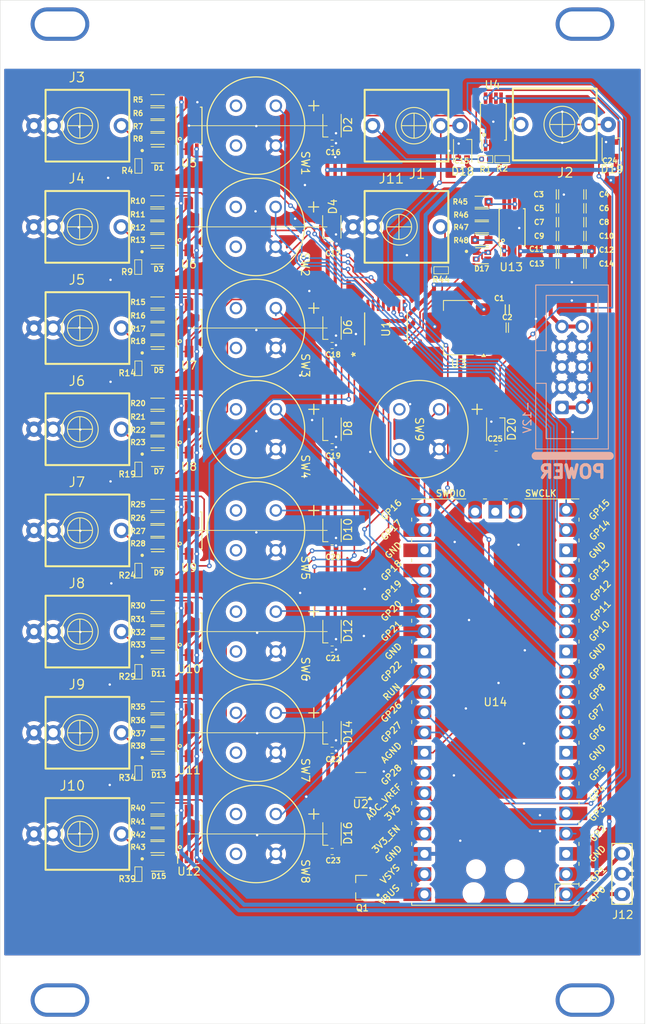
<source format=kicad_pcb>
(kicad_pcb (version 20240108) (generator "pcbnew") (generator_version "8.0")
  (layers (0 "F.Cu" signal) (31 "B.Cu" signal) (34 "B.Paste" user) (35 "F.Paste" user) (36 "B.SilkS" user "B.Silkscreen") (37 "F.SilkS" user "F.Silkscreen") (38 "B.Mask" user) (39 "F.Mask" user) (44 "Edge.Cuts" user))
  (net 0 "")
  (net 1 "GND")
  (net 2 "+12V")
  (net 3 "5V")
  (net 4 "Net-(U5B--)")
  (net 5 "Net-(D1-Pad2)")
  (net 6 "/Mux/Signal 1/LED_DOUT")
  (net 7 "WS2812_SIG")
  (net 8 "Net-(U6B--)")
  (net 9 "Net-(D3-Pad2)")
  (net 10 "/Mux/Signal 2/LED_DOUT")
  (net 11 "Net-(D5-Pad2)")
  (net 12 "Net-(U7B--)")
  (net 13 "/Mux/Signal 3/LED_DOUT")
  (net 14 "Net-(U8B--)")
  (net 15 "Net-(D7-Pad2)")
  (net 16 "/Mux/Signal 4/LED_DOUT")
  (net 17 "Net-(D9-Pad2)")
  (net 18 "Net-(U9B--)")
  (net 19 "/Mux/Signal 5/LED_DOUT")
  (net 20 "Net-(D11-Pad2)")
  (net 21 "Net-(U10B--)")
  (net 22 "/Mux/Signal 6/LED_DOUT")
  (net 23 "Net-(D13-Pad2)")
  (net 24 "Net-(U11B--)")
  (net 25 "/Mux/Signal 7/LED_DOUT")
  (net 26 "Net-(D15-Pad2)")
  (net 27 "Net-(U12B--)")
  (net 28 "Net-(U13B--)")
  (net 29 "Net-(D17-Pad2)")
  (net 30 "/Clock Led/DOUT")
  (net 31 "/Mux/WS2812_DATA_OUT")
  (net 32 "Net-(J1-SIG)")
  (net 33 "Net-(J2-SIG)")
  (net 34 "Net-(J3-SIG)")
  (net 35 "Net-(J4-SIG)")
  (net 36 "Net-(J5-SIG)")
  (net 37 "Net-(J6-SIG)")
  (net 38 "Net-(J7-SIG)")
  (net 39 "Net-(J8-SIG)")
  (net 40 "Net-(J9-SIG)")
  (net 41 "Net-(J10-SIG)")
  (net 42 "Net-(J11-SIG)")
  (net 43 "UART0_RX")
  (net 44 "UART0_TX")
  (net 45 "-12VA")
  (net 46 "Net-(U4A-+)")
  (net 47 "/Mux/IO_1")
  (net 48 "Net-(U5A--)")
  (net 49 "/Mux/IO_2")
  (net 50 "Net-(U6A--)")
  (net 51 "/Mux/IO_3")
  (net 52 "Net-(U7A--)")
  (net 53 "/Mux/IO_4")
  (net 54 "Net-(U8A--)")
  (net 55 "/Mux/IO_5")
  (net 56 "Net-(U9A--)")
  (net 57 "/Mux/IO_6")
  (net 58 "Net-(U10A--)")
  (net 59 "/Mux/IO_7")
  (net 60 "Net-(U11A--)")
  (net 61 "/Mux/IO_8")
  (net 62 "Net-(U12A--)")
  (net 63 "/Mux/COM_IO")
  (net 64 "Net-(U13A--)")
  (net 65 "BUTTON_1")
  (net 68 "BUTTON_2")
  (net 73 "BUTTON_3")
  (net 75 "BUTTON_4")
  (net 79 "BUTTON_5")
  (net 81 "BUTTON_6")
  (net 84 "BUTTON_7")
  (net 86 "BUTTON_8")
  (net 89 "MUX_D2")
  (net 90 "MUX_D1")
  (net 91 "MUX_D0")
  (net 92 "ADC_VREF")
  (net 93 "RESET")
  (net 94 "CLOCK")
  (net 96 "Net-(U14-VBUS)")
  (net 98 "Net-(U14-VSYS)")
  (net 101 "3V3_OUT")
  (net 113 "/Clock Led/DIN")
  (net 115 "GNDA")
  (net 139 "/Mode Led/DOUT")
  (net 142 "BUTTON_9")
  (net 143 "unconnected-(U14-GPIO2-Pad4)")
  (footprint "4ms_Resistor:R_0603" (layer "F.Cu") (at 61.075 50.34999)
    (property "Reference" "R10")
    (property "Value" "2.7k_0603")
  )
  (footprint "LED_SMD:LED_WS2812B-2020_PLCC4_2.0x2.0mm" (layer "F.Cu") (at 83 129.74999 90)
    (property "Reference" "D16")
    (property "Value" "WS2812B-2020" (hide yes))
  )
  (footprint "4ms_Capacitor:C_0603" (layer "F.Cu") (at 111.3 58.18)
    (property "Reference" "C13")
    (property "Value" "0.1uF_0603_16V")
  )
  (footprint "4ms_Resistor:R_0603" (layer "F.Cu") (at 61.100495 118.69999)
    (property "Reference" "R38")
    (property "Value" "2.7k_0603")
  )
  (footprint "4ms_Capacitor:C_0402" (layer "F.Cu") (at 83.01501 81.15)
    (property "Reference" "C19")
    (property "Value" "100nF_0402_16V")
  )
  (footprint "Package_TO_SOT_SMD:SOT-223-3_TabPin2" (layer "F.Cu") (at 98.9 66.2 180)
    (property "Reference" "U3")
    (property "Value" "LD1117S50TR_SOT223")
  )
  (footprint "4ms_Resistor:R_0402" (layer "F.Cu") (at 58.7 45.9 -90)
    (property "Reference" "R4")
    (property "Value" "1k_0402" (hide yes))
  )
  (footprint "4ms_Jack:EighthInch_PJ398SM" (layer "F.Cu") (at 51.350505 91.64999 180)
    (property "Reference" "J7")
    (property "Value" "3.5mm_Mono_Switched_sm" (hide yes))
  )
  (footprint "4ms_Resistor:R_0603" (layer "F.Cu") (at 61.100495 66.29999)
    (property "Reference" "R17")
    (property "Value" "2.7k_0603")
  )
  (footprint "DMG2305UX_7:SOT91P240X110-3N_DMG2305UX-7" (layer "F.Cu") (at 86.675 136.5 180)
    (property "Reference" "Q1")
    (property "Value" "DMG2305UX-7")
  )
  (footprint "4ms_Jack:EighthInch_PJ398SM" (layer "F.Cu") (at 51.350505 104.34999 180)
    (property "Reference" "J8")
    (property "Value" "3.5mm_Mono_Switched_sm" (hide yes))
  )
  (footprint "4ms_Resistor:R_0402" (layer "F.Cu") (at 104.362 45.05001 180)
    (property "Reference" "R2")
    (property "Value" "1k_0402")
  )
  (footprint "4ms_Resistor:R_0603" (layer "F.Cu") (at 61.100495 126.54999)
    (property "Reference" "R40")
    (property "Value" "2.7k_0603")
  )
  (footprint "4ms_Resistor:R_0603" (layer "F.Cu") (at 61.100495 42.49999)
    (property "Reference" "R8")
    (property "Value" "2.7k_0603")
  )
  (footprint "LTST-C195TBJRKT:LED_LTST-C195TBJRKT" (layer "F.Cu") (at 61.125495 120.72499)
    (property "Reference" "D13")
    (property "Value" "LTST-C195TBJRKT")
  )
  (footprint "4ms_Capacitor:C_0603" (layer "F.Cu") (at 111.3 52.96)
    (property "Reference" "C7")
    (property "Value" "0.1uF_0603_16V")
  )
  (footprint "4ms_Resistor:R_0603" (layer "F.Cu") (at 61.100505 88.44999)
    (property "Reference" "R25")
    (property "Value" "2.7k_0603")
  )
  (footprint "LED_SMD:LED_WS2812B-2020_PLCC4_2.0x2.0mm" (layer "F.Cu") (at 99.4 44 -90)
    (property "Reference" "D18")
    (property "Value" "WS2812B-2020")
  )
  (footprint "4ms_Faceplate:Faceplate_Rail_Mount_Slot_Plated" (layer "F.Cu") (at 48.85 150.6)
    (property "Reference" "H3" (hide yes))
    (property "Value" "MountingHole" (hide yes))
  )
  (footprint "4ms_Resistor:R_0603" (layer "F.Cu") (at 61.100495 37.64999)
    (property "Reference" "R5")
    (property "Value" "2.7k_0603")
  )
  (footprint "LED_SMD:LED_WS2812B-2020_PLCC4_2.0x2.0mm" (layer "F.Cu") (at 83.00001 78.94999 90)
    (property "Reference" "D8")
    (property "Value" "WS2812B-2020" (hide yes))
  )
  (footprint "4ms_Resistor:R_0603" (layer "F.Cu") (at 61.075 53.59999)
    (property "Reference" "R12")
    (property "Value" "2.7k_0603")
  )
  (footprint "4ms_Package_SSOP:TSSOP-8_4.4x3mm_Pitch0.65mm" (layer "F.Cu") (at 65.050495 117.05 90)
    (property "Reference" "U11")
    (property "Value" "TL072")
  )
  (footprint "LED_SMD:LED_WS2812B-2020_PLCC4_2.0x2.0mm" (layer "F.Cu") (at 83.00001 104.34999 90)
    (property "Reference" "D12")
    (property "Value" "WS2812B-2020" (hide yes))
  )
  (footprint "4ms_Package_SSOP:TSSOP-8_4.4x3mm_Pitch0.65mm" (layer "F.Cu") (at 65.050495 129.75 90)
    (property "Reference" "U12")
    (property "Value" "TL072")
  )
  (footprint "4ms_Resistor:R_0603" (layer "F.Cu") (at 61.100495 67.89999)
    (property "Reference" "R18")
    (property "Value" "2.7k_0603")
  )
  (footprint "4ms_Resistor:R_0603" (layer "F.Cu") (at 61.100505 93.29999)
    (property "Reference" "R28")
    (property "Value" "2.7k_0603")
  )
  (footprint "4ms_Capacitor:C_0603" (layer "F.Cu") (at 114.75 49.48)
    (property "Reference" "C4")
    (property "Value" "0.1uF_0603_16V")
  )
  (footprint "4ms_Package_SSOP:TSSOP-8_4.4x3mm_Pitch0.65mm" (layer "F.Cu") (at 65.050495 40.85 90)
    (property "Reference" "U5")
    (property "Value" "TL072")
  )
  (footprint "D6R90:D6R90_CNK" (layer "F.Cu") (at 75.950485 38.34999 -90)
    (property "Reference" "SW1")
    (property "Value" "D6R90F2LFS" (hide yes))
  )
  (footprint "4ms_Capacitor:C_0603" (layer "F.Cu") (at 114.75 58.18)
    (property "Reference" "C14")
    (property "Value" "0.1uF_0603_16V")
  )
  (footprint "4ms_Package_SSOP:TSSOP-8_4.4x3mm_Pitch0.65mm" (layer "F.Cu") (at 103.247 40.35001 90)
    (property "Reference" "U4")
    (property "Value" "TL072")
  )
  (footprint "4ms_Package_SSOP:TSSOP-8_4.4x3mm_Pitch0.65mm" (layer "F.Cu") (at 65.025 53.55 90)
    (property "Reference" "U6")
    (property "Value" "TL072")
  )
  (footprint "4ms_Capacitor:C_0603" (layer "F.Cu") (at 114.75 51.22)
    (property "Reference" "C6")
    (property "Value" "0.1uF_0603_16V")
  )
  (footprint "4ms_Resistor:R_0603" (layer "F.Cu") (at 61.100495 131.39999)
    (property "Reference" "R43")
    (property "Value" "2.7k_0603")
  )
  (footprint "TMUX4051:TSSOP16_PW_TEX" (layer "F.Cu") (at 89.774951 66.35275 90)
    (property "Reference" "U1")
    (property "Value" "TMUX4051PWR")
  )
  (footprint "4ms_Capacitor:C_0603" (layer "F.Cu") (at 114.75 54.7)
    (property "Reference" "C10")
    (property "Value" "0.1uF_0603_16V")
  )
  (footprint "4ms_Faceplate:Faceplate_Rail_Mount_Slot_Plated" (layer "F.Cu") (at 48.85 28.1)
    (property "Reference" "H1" (hide yes))
    (property "Value" "MountingHole" (hide yes))
  )
  (footprint "4ms_Resistor:R_0402" (layer "F.Cu") (at 96.7 59 180)
    (property "Reference" "R44")
    (property "Value" "1k_0402")
  )
  (footprint "4ms_Capacitor:C_0603" (layer "F.Cu") (at 114.75 52.96)
    (property "Reference" "C8")
    (property "Value" "0.1uF_0603_16V")
  )
  (footprint "4ms_Resistor:R_0603" (layer "F.Cu") (at 61.100505 75.74999)
    (property "Reference" "R20")
    (property "Value" "2.7k_0603")
  )
  (footprint "4ms_Capacitor:C_0402" (layer "F.Cu") (at 99.4 46.4 180)
    (property "Reference" "C15")
    (property "Value" "100nF_0402_16V" (hide yes))
  )
  (footprint "4ms_Resistor:R_0402" (layer "F.Cu") (at 102.262 45.05001)
    (property "Reference" "R1")
    (property "Value" "1k_0402")
  )
  (footprint "4ms_Jack:EighthInch_PJ398SM" (layer "F.Cu") (at 51.350505 78.94999 180)
    (property "Reference" "J6")
    (property "Value" "3.5mm_Mono_Switched_sm" (hide yes))
  )
  (footprint "4ms_Resistor:R_0603" (layer "F.Cu") (at 61.100505 104.39999)
    (property "Reference" "R32")
    (property "Value" "2.7k_0603")
  )
  (footprint "4ms_Resistor:R_0402" (layer "F.Cu") (at 58.7 122.1 -90)
    (property "Reference" "R34")
    (property "Value" "1k_0402" (hide yes))
  )
  (footprint "4ms_Jack:EighthInch_PJ398SM" (layer "F.Cu") (at 51.350495 129.74999 180)
    (property "Reference" "J10")
    (property "Value" "3.5mm_Mono_Switched_sm" (hide yes))
  )
  (footprint "D6R90:D6R90_CNK" (layer "F.Cu") (at 75.950485 63.74999 -90)
    (property "Reference" "SW3")
    (property "Value" "D6R90F2LFS" (hide yes))
  )
  (footprint "4ms_Package_SSOP:TSSOP-8_4.4x3mm_Pitch0.65mm" (layer "F.Cu") (at 65.050495 66.25 90)
    (property "Reference" "U7")
    (property "Value" "TL072")
  )
  (footprint "4ms_Capacitor:C_0402" (layer "F.Cu") (at 83.015 119.25)
    (property "Reference" "C22")
    (property "Value" "100nF_0402_16V")
  )
  (footprint "4ms_Resistor:R_0603" (layer "F.Cu") (at 101.8 55.2)
    (property "Reference" "R48")
    (property "Value" "2.7k_0603")
  )
  (footprint "4ms_Package_SSOP:TSSOP-8_4.4x3mm_Pitch0.65mm" (layer "F.Cu") (at 105.6 53.6 90)
    (property "Reference" "U13")
    (property "Value" "TL072")
  )
  (footprint "4ms_Resistor:R_0402" (layer "F.Cu") (at 58.70001 109.4 -90)
    (property "Reference" "R29")
    (property "Value" "1k_0402" (hide yes))
  )
  (footprint "4ms_Capacitor:C_0402" (layer "F.Cu") (at 83.015 131.95)
    (property "Reference" "C23")
    (property "Value" "100nF_0402_16V")
  )
  (footprint "4ms_Resistor:R_0402" (layer "F.Cu") (at 58.674505 58.6 -90)
    (property "Reference" "R9")
    (property "Value" "1k_0402" (hide yes))
  )
  (footprint "4ms_Resistor:R_0603" (layer "F.Cu") (at 101.8 52)
    (property "Reference" "R46")
    (property "Value" "2.7k_0603")
  )
  (footprint "4ms_Capacitor:C_0402" (layer "F.Cu") (at 83.01501 106.55)
    (property "Reference" "C21")
    (property "Value" "100nF_0402_16V")
  )
  (footprint "MCU_RaspberryPi_and_Boards:RPi_Pico_SMD_TH" (layer "F.Cu") (at 103.5 113.2 180)
    (property "Reference" "U14")
    (property "Value" "Pico")
  )
  (footprint "4ms_Package_SSOP:TSSOP-8_4.4x3mm_Pitch0.65mm" (layer "F.Cu") (at 65.050505 78.95 90)
    (property "Reference" "U8")
    (property "Value" "TL072")
  )
  (footprint "4ms_Capacitor:C_0603" (layer "F.Cu") (at 111.3 54.7)
    (property "Reference" "C9")
    (property "Value" "0.1uF_0603_16V")
  )
  (footprint "4ms_Package_SSOP:TSSOP-8_4.4x3mm_Pitch0.65mm" (layer "F.Cu") (at 65.050505 104.35 90)
    (property "Reference" "U10")
    (property "Value" "TL072")
  )
  (footprint "4ms_Faceplate:Faceplate_Rail_Mount_Slot_Plated" (layer "F.Cu") (at 114.75 28.1)
    (property "Reference" "H2" (hide yes))
    (property "Value" "MountingHole" (hide yes))
  )
  (footprint "4ms_Capacitor:C_0603" (layer "F.Cu") (at 111.3 51.22)
    (property "Reference" "C5")
    (property "Value" "0.1uF_0603_16V")
  )
  (footprint "4ms_Jack:EighthInch_PJ398SM" (layer "F.Cu") (at 51.350495 66.24999 180)
    (property "Reference" "J5")
    (property "Value" "3.5mm_Mono_Switched_sm" (hide yes))
  )
  (footprint "4ms_Capacitor:C_0603" (layer "F.Cu") (at 105 66.2)
    (property "Reference" "C2")
    (property "Value" "10uF_0603_10V")
  )
  (footprint "4ms_Resistor:R_0603" (layer "F.Cu") (at 61.100505 77.39999)
    (property "Reference" "R21")
    (property "Value" "2.7k_0603")
  )
  (footprint "LED_SMD:LED_WS2812B-2020_PLCC4_2.0x2.0mm" (layer "F.Cu") (at 83 117.04999 90)
    (property "Reference" "D14")
    (property "Value" "WS2812B-2020" (hide yes))
  )
  (footprint "4ms_Resistor:R_0603" (layer "F.Cu") (at 61.100495 63.04999)
    (property "Reference" "R15")
    (property "Value" "2.7k_0603")
  )
  (footprint "4ms_Resistor:R_0603" (layer "F.Cu") (at 61.100495 40.89999)
    (property "Reference" "R7")
    (property "Value" "2.7k_0603")
  )
  (footprint "4ms_Resistor:R_0402" (layer "F.Cu") (at 58.70001 96.7 -90)
    (property "Reference" "R24")
    (property "Value" "1k_0402" (hide yes))
  )
  (footprint "4ms_Capacitor:C_0402" (layer "F.Cu") (at 83.015 68.45)
    (property "Reference" "C18")
    (property "Value" "100nF_0402_16V")
  )
  (footprint "4ms_Resistor:R_0603" (layer "F.Cu") (at 61.100505 102.79999)
    (property "Reference" "R31")
    (property "Value" "2.7k_0603")
  )
  (footprint "4ms_Capacitor:C_0805" (layer "F.Cu") (at 105 63.9)
    (property "Reference" "C1")
    (property "Value" "0.1uF_0805_50V")
  )
  (footprint "4ms_Resistor:R_0603" (layer "F.Cu") (at 61.100505 80.59999)
    (property "Reference" "R23")
    (property "Value" "2.7k_0603")
  )
  (footprint "D6R90:D6R90_CNK" (layer "F.Cu") (at 75.950495 89.14999 -90)
    (property "Reference" "SW5")
    (property "Value" "D6R90F2LFS" (hide yes))
  )
  (footprint "4ms_Resistor:R_0603" (layer "F.Cu") (at 61.100495 129.79999)
    (property "Reference" "R42")
    (property "Value" "2.7k_0603")
  )
  (footprint "Package_TO_SOT_SMD:SOT-23" (layer "F.Cu") (at 86.6 123.6 180)
    (property "Reference" "U2")
    (property "Value" "LM4040DBZ-3")
  )
  (footprint "LED_SMD:LED_WS2812B-2020_PLCC4_2.0x2.0mm" (layer "F.Cu") (at 83 40.84999 90)
    (property "Reference" "D2")
    (property "Value" "WS2812B-2020" (hide yes))
  )
  (footprint "4ms_Resistor:R_0603" (layer "F.Cu") (at 61.100505 105.99999)
    (property "Reference" "R33")
    (property "Value" "2.7k_0603")
  )
  (footprint "4ms_Resistor:R_0402" (layer "F.Cu") (at 58.70001 84 -90)
    (property "Reference" "R19")
    (property "Value" "1k_0402" (hide yes))
  )
  (footprint "LTST-C195TBJRKT:LED_LTST-C195TBJRKT" (layer "F.Cu") (at 61.125505 108.02499)
    (property "Reference" "D11")
    (property "Value" "LTST-C195TBJRKT")
  )
  (footprint "4ms_Capacitor:C_0603" (layer "F.Cu") (at 114.75 56.44)
    (property "Reference" "C12")
    (property "Value" "0.1uF_0603_16V")
  )
  (footprint "4ms_Resistor:R_0603" (layer "F.Cu") (at 61.075 51.99999)
    (property "Reference" "R11")
    (property "Value" "2.7k_0603")
  )
  (footprint "4ms_Capacitor:C_0603" (layer "F.Cu") (at 111.3 49.48)
    (property "Reference" "C3")
    (property "Value" "0.1uF_0603_16V")
  )
  (footprint "4ms_Jack:EighthInch_PJ398SM" (layer "F.Cu") (at 111.907 40.7)
    (property "Reference" "J2")
    (property "Value" "3.5mm_Mono_Switched_sm" (hide yes))
  )
  (footprint "LTST-C195TBJRKT:LED_LTST-C195TBJRKT" (layer "F.Cu") (at 101.825 57.175)
    (property "Reference" "D17")
    (property "Value" "LTST-C195TBJRKT")
  )
  (footprint "4ms_Jack:EighthInch_PJ398SM" (layer "F.Cu") (at 91.4 53.54999 180)
    (property "Reference" "J11")
    (property "Value" "3.5mm_Mono_Switched_sm" (hide yes))
  )
  (footprint "4ms_Faceplate:Faceplate_Rail_Mount_Slot_Plated" (layer "F.Cu") (at 114.75 150.6)
    (property "Reference" "H4" (hide yes))
    (property "Value" "MountingHole" (hide yes))
  )
  (footprint "4ms_Capacitor:C_0402" (layer "F.Cu") (at 103.6 81.3 180)
    (property "Reference" "C25")
    (property "Value" "100nF_0402_16V")
  )
  (footprint "LED_SMD:LED_WS2812B-2020_PLCC4_2.0x2.0mm" (layer "F.Cu") (at 103.55 78.94999 -90)
    (property "Reference" "D20")
    (property "Value" "WS2812B-2020")
  )
  (footprint "4ms_Resistor:R_0603" (layer "F.Cu") (at 61.100495 117.09999)
    (property "Reference" "R37")
    (property "Value" "2.7k_0603")
  )
  (footprint "D6R90:D6R90_CNK" (layer "F.Cu") (at 75.950485 127.24999 -90)
    (property "Reference" "SW8")
    (property "Value" "D6R90F2LFS" (hide yes))
  )
  (footprint "4ms_Resistor:R_0603" (layer "F.Cu") (at 61.100495 128.19999)
    (property "Reference" "R41")
    (property "Value" "2.7k_0603")
  )
  (footprint "4ms_Capacitor:C_0402" (layer "F.Cu") (at 118 46.4 180)
    (property "Reference" "C24")
    (property "Value" "100nF_0402_16V")
  )
  (footprint "4ms_Jack:EighthInch_PJ398SM" (layer "F.Cu") (at 51.350495 117.04999 180)
    (property "Reference" "J9")
    (property "Value" "3.5mm_Mono_Switched_sm" (hide yes))
  )
  (footprint "4ms_Resistor:R_0603" (layer "F.Cu") (at 61.100505 78.99999)
    (property "Reference" "R22")
    (property "Value" "2.7k_0603")
  )
  (footprint "D6R90:D6R90_CNK" (layer "F.Cu") (at 75.950485 114.54999 -90)
    (property "Reference" "SW7")
    (property "Value" "D6R90F2LFS" (hide yes))
  )
  (footprint "4ms_Capacitor:C_0402" (layer "F.Cu") (at 83.015 43.05)
    (property "Reference" "C16")
    (property "Value" "100nF_0402_16V" (hide yes))
  )
  (footprint "4ms_Resistor:R_0603" (layer "F.Cu") (at 61.100495 64.69999)
    (property "Reference" "R16")
    (property "Value" "2.7k_0603")
  )
  (footprint "LTST-C195TBJRKT:LED_LTST-C195TBJRKT" (layer "F.Cu") (at 61.125495 69.92499)
    (property "Reference" "D5")
    (property "Value" "LTST-C195TBJRKT")
  )
  (footprint "4ms_Resistor:R_0603" (layer "F.Cu") (at 61.100505 90.09999)
    (property "Reference" "R26")
    (property "Value" "2.7k_0603")
  )
  (footprint "4ms_Resistor:R_0603" (layer "F.Cu") (at 61.100505 101.14999)
    (property "Reference" "R30")
    (property "Value" "2.7k_0603")
  )
  (footprint "4ms_Resistor:R_0603" (layer "F.Cu") (at 61.100495 113.84999)
    (property "Reference" "R35")
    (property "Value" "2.7k_0603")
  )
  (footprint "4ms_Resistor:R_0603" (layer "F.Cu") (at 61.100505 91.69999)
    (property "Reference" "R27")
    (property "Value" "2.7k_0603")
  )
  (footprint "LED_SMD:LED_WS2812B-2020_PLCC4_2.0x2.0mm" (layer "F.Cu") (at 83 66.24999 90)
    (property "Reference" "D6")
    (property "Value" "WS2812B-2020" (hide yes))
  )
  (footprint "4ms_Resistor:R_0603" (layer "F.Cu") (at 101.8 50.4)
    (property "Reference" "R45")
    (property "Value" "2.7k_0603")
  )
  (footprint "4ms_Resistor:R_0603" (layer "F.Cu") (at 61.100495 115.49999)
    (property "Reference" "R36")
    (property "Value" "2.7k_0603")
  )
  (footprint "LTST-C195TBJRKT:LED_LTST-C195TBJRKT" (layer "F.Cu") (at 61.125505 95.32499)
    (property "Reference" "D9")
    (property "Value" "LTST-C195TBJRKT")
  )
  (footprint "LED_SMD:LED_WS2812B-2020_PLCC4_2.0x2.0mm" (layer "F.Cu") (at 82.974505 53.54999 90)
    (property "Reference" "D4")
    (property "Value" "WS2812B-2020" (hide yes))
  )
  (footprint "D6R90:D6R90_CNK" (layer "F.Cu") (at 96.450495 76.44999 -90)
    (property "Reference" "SW9")
    (property "Value" "D6R90F2LFS")
  )
  (footprint "D6R90:D6R90_CNK" (layer "F.Cu") (at 75.950495 76.44999 -90)
    (property "Reference" "SW4")
    (property "Value" "D6R90F2LFS" (hide yes))
  )
  (footprint "4ms_Resistor:R_0402" (layer "F.Cu") (at 58.7 71.3 -90)
    (property "Reference" "R14")
    (property "Value" "1k_0402" (hide yes))
  )
  (footprint "4ms_Capacitor:C_0603" (layer "F.Cu") (at 111.3 56.44)
    (property "Reference" "C11")
    (property "Value" "0.1uF_0603_16V")
  )
  (footprint "4ms_Jack:EighthInch_PJ398SM" (layer "F.Cu") (at 51.350495 40.84999 180)
    (property "Reference" "J3")
    (property "Value" "3.5mm_Mono_Switched_sm" (hide yes))
  )
  (footprint "4ms_Resistor:R_0402" (layer "F.Cu") (at 58.7 134.8 -90)
    (property "Reference" "R39")
    (property "Value" "1k_0402" (hide yes))
  )
  (footprint "4ms_Capacitor:C_0402" (layer "F.Cu") (at 83.01501 93.85)
    (property "Reference" "C20")
    (property "Value" "100nF_0402_16V")
  )
  (footprint "LTST-C195TBJRKT:LED_LTST-C195TBJRKT" (layer "F.Cu") (at 61.125505 82.62499)
    (property "Reference" "D7")
    (property "Value" "LTST-C195TBJRKT")
  )
  (footprint "LED_SMD:LED_WS2812B-2020_PLCC4_2.0x2.0mm" (layer "F.Cu") (at 83.00001 91.64999 90)
    (property "Reference" "D10")
    (property "Value" "WS2812B-2020" (hide yes))
  )
  (footprint "4ms_Resistor:R_0603" (layer "F.Cu") (at 61.100495 39.29999)
    (property "Reference" "R6")
    (property "Value" "2.7k_0603")
  )
  (footprint "D6R90:D6R90_CNK" (layer "F.Cu") (at 75.92499 51.04999 -90)
    (property "Reference" "SW2")
    (property "Value" "D6R90F2LFS" (hide yes))
  )
  (footprint "LTST-C195TBJRKT:LED_LTST-C195TBJRKT" (layer "F.Cu") (at 61.125495 44.52499)
    (property "Reference" "D1")
    (property "Value" "LTST-C195TBJRKT")
  )
  (footprint "4ms_Resistor:R_0603" (layer "F.Cu") (at 61.075 55.19999)
    (property "Reference" "R13")
    (property "Value" "2.7k_0603")
  )
  (footprint "D6R90:D6R90_CNK" (layer "F.Cu") (at 75.950495 101.84999 -90)
    (property "Reference" "SW6")
    (property "Value" "D6R90F2LFS" (hide yes))
  )
  (footprint "4ms_Jack:EighthInch_PJ398SM" (layer "F.Cu") (at 93.3 40.84999)
    (property "Reference" "J1")
    (property "Value" "3.5mm_Mono_Switched_sm" (hide yes))
  )
  (footprint "4ms_Package_SSOP:TSSOP-8_4.4x3mm_Pitch0.65mm" (layer "F.Cu") (at 65.050505 91.65 90)
    (property "Reference" "U9")
    (property "Value" "TL072")
  )
  (footprint "LED_SMD:LED_WS2812B-2020_PLCC4_2.0x2.0mm" (layer "F.Cu") (at 118.05 43.815 -90)
    (property "Reference" "D19")
    (property "Value" "WS2812B-2020")
  )
  (footprint "LTST-C195TBJRKT:LED_LTST-C195TBJRKT" (layer "F.Cu") (at 61.125495 133.42499)
    (property "Reference" "D15")
    (property "Value" "LTST-C195TBJRKT")
  )
  (footprint "4ms_Jack:EighthInch_PJ398SM" (layer "F.Cu") (at 51.325 53.54999 180)
    (property "Reference" "J4")
    (property "Value" "3.5mm_Mono_Switched_sm" (hide yes))
  )
  (footprint "4ms_Resistor:R_0603" (layer "F.Cu") (at 101.8 53.6)
    (property "Reference" "R47")
    (property "Value" "2.7k_0603")
  )
  (footprint "LTST-C195TBJRKT:LED_LTST-C195TBJRKT" (layer "F.Cu") (at 61.1 57.22499)
    (property "Reference" "D3")
    (property "Value" "LTST-C195TBJRKT")
  )
  (footprint "4ms_Capacitor:C_0402" (layer "F.Cu") (at 82.989505 55.75)
    (property "Reference" "C17")
    (property "Value" "100nF_0402_16V")
  )
  (footprint "4ms_Connector:Pins_1x03_2.54mm_TH" (layer "F.Cu") (at 119.4 134.76 180)
    (property "Reference" "J12")
    (property "Value" "Conn_01x03" (hide yes))
  )
  (footprint "4ms_Connector:Pins_2x05_2.54mm_TH_EurorackPower_Shrouded" (layer "B.Cu") (at 113.13 71.14 180)
    (property "Reference" "J14")
    (property "Value" "Eurorack_Power_10pin_Shrouded")
  )
  (gr_line (start 65.050495 129.74999) (end 82.400495 129.74999) (stroke (width 0.1)) (layer "F.SilkS"))
  (gr_line (start 65.050505 104.34999) (end 82.400505 104.34999) (stroke (width 0.1)) (layer "F.SilkS"))
  (gr_line (start 65.025 53.54999) (end 82.375 53.54999) (stroke (width 0.1)) (layer "F.SilkS"))
  (gr_line (start 65.050495 40.84999) (end 82.400495 40.84999) (stroke (width 0.1)) (layer "F.SilkS"))
  (gr_line (start 65.050505 91.64999) (end 82.400505 91.64999) (stroke (width 0.1)) (layer "F.SilkS"))
  (gr_line (start 65.050495 117.04999) (end 82.400495 117.04999) (stroke (width 0.1)) (layer "F.SilkS"))
  (gr_line (start 65.050495 66.24999) (end 82.400495 66.24999) (stroke (width 0.1)) (layer "F.SilkS"))
  (gr_rect (start 41.35 25.1) (end 122.25 153.6) (stroke (width 0.05)) (fill none) (layer "Edge.Cuts"))
  (segment (start 83.53501 92.56499) (end 83.5 92.6) (width 0.5) (layer "F.Cu") (net 1))
  (segment (start 98.885 43.085) (end 98.9 43.1) (width 0.2) (layer "F.Cu") (net 1))
  (segment (start 83.524505 54.475495) (end 83.5 54.5) (width 0.5) (layer "F.Cu") (net 1))
  (segment (start 105.85 64) (end 105.95 63.9) (width 0.2) (layer "F.Cu") (net 1))
  (segment (start 119.4 134.76) (end 121.24 134.76) (width 0.2) (layer "F.Cu") (net 1))
  (segment (start 83.5 43.05) (end 83.5 43.1) (width 0.2) (layer "F.Cu") (net 1))
  (segment (start 117.515 47.215) (end 118 47.7) (width 0.2) (layer "F.Cu") (net 1))
  (segment (start 83.53501 105.26499) (end 83.5 105.3) (width 0.5) (layer "F.Cu") (net 1))
  (segment (start 83.50001 93.85) (end 83.5 93.84999) (width 0.5) (layer "F.Cu") (net 1))
  (segment (start 83.53501 67.16499) (end 83.5 67.2) (width 0.5) (layer "F.Cu") (net 1))
  (segment (start 117.5 42.9) (end 117.4 42.9) (width 0.2) (layer "F.Cu") (net 1))
  (segment (start 105.85 66.2) (end 105.85 64) (width 0.2) (layer "F.Cu") (net 1))
  (segment (start 83.55 41.76499) (end 83.53502 41.76499) (width 0.2) (layer "F.Cu") (net 1))
  (segment (start 90.74993 70.44993) (end 90.8 70.5) (width 0.2) (layer "F.Cu") (net 1))
  (segment (start 66.025495 37.9) (end 66.1 37.9) (width 0.2) (layer "F.Cu") (net 1))
  (segment (start 83.524505 54.46499) (end 83.524505 54.475495) (width 0.5) (layer "F.Cu") (net 1))
  (segment (start 83.5 43.1) (end 83.4 43.2) (width 0.2) (layer "F.Cu") (net 1))
  (segment (start 83.53501 79.86499) (end 83.5 79.9) (width 0.5) (layer "F.Cu") (net 1))
  (segment (start 98.85 43.085) (end 98.885 43.085) (width 0.2) (layer "F.Cu") (net 1))
  (segment (start 117.515 46.4) (end 117.515 47.215) (width 0.2) (layer "F.Cu") (net 1))
  (segment (start 90.74993 69.3055) (end 90.74993 70.44993) (width 0.2) (layer "F.Cu") (net 1))
  (segment (start 121.24 134.76) (end 121.3 134.7) (width 0.2) (layer "F.Cu") (net 1))
  (segment (start 83.55001 92.56499) (end 83.53501 92.56499) (width 0.5) (layer "F.Cu") (net 1))
  (segment (start 83.55001 105.26499) (end 83.53501 105.26499) (width 0.5) (layer "F.Cu") (net 1))
  (segment (start 98.915 46.4) (end 97.6 46.4) (width 0.2) (layer "F.Cu") (net 1))
  (segment (start 112.12 49.48) (end 112.1 49.5) (width 0.2) (layer "F.Cu") (net 1))
  (segment (start 83.50001 106.55) (end 83.50001 106.59999) (width 0.5) (layer "F.Cu") (net 1))
  (segment (start 83.55001 79.86499) (end 83.53501 79.86499) (width 0.5) (layer "F.Cu") (net 1))
  (segment (start 112.15 49.48) (end 112.12 49.48) (width 0.2) (layer "F.Cu") (net 1))
  (segment (start 83.55 117.96499) (end 83.53501 117.96499) (width 0.5) (layer "F.Cu") (net 1))
  (segment (start 83.5 68.45) (end 83.5 68.4) (width 0.5) (layer "F.Cu") (net 1))
  (segment (start 83.5 93.84999) (end 83.5 93.55) (width 0.5) (layer "F.Cu") (net 1))
  (segment (start 83.50001 81.19999) (end 83.5 81.2) (width 0.2) (layer "F.Cu") (net 1))
  (segment (start 103 78.03499) (end 103 78) (width 0.2) (layer "F.Cu") (net 1))
  (segment (start 83.53502 41.76499) (end 83.50001 41.8) (width 0.2) (layer "F.Cu") (net 1))
  (segment (start 83.55 67.16499) (end 83.53501 67.16499) (width 0.5) (layer "F.Cu") (net 1))
  (segment (start 83.50001 106.59999) (end 83.5 106.6) (width 0.5) (layer "F.Cu") (net 1))
  (segment (start 83.53501 117.96499) (end 83.5 118) (width 0.5) (layer "F.Cu") (net 1))
  (segment (start 83.50001 81.15) (end 83.50001 81.19999) (width 0.2) (layer "F.Cu") (net 1))
  (segment (start 83.5 119.25) (end 83.5 119.3) (width 0.5) (layer "F.Cu") (net 1))
  (via (at 98.3 122.4) (size 0.5) (drill 0.3) (layers "F.Cu" "B.Cu") (net 1))
  (via (at 65.050505 78.95) (size 0.6) (drill 0.3) (layers "F.Cu" "B.Cu") (net 1))
  (via (at 83.571872 55.652633) (size 0.6) (drill 0.3) (layers "F.Cu" "B.Cu") (net 1))
  (via (at 109.1 129.4) (size 0.5) (drill 0.3) (layers "F.Cu" "B.Cu") (net 1))
  (via (at 113.2 79.3) (size 0.5) (drill 0.3) (layers "F.Cu" "B.Cu") (net 1))
  (via (at 51.4 91.7) (size 0.5) (drill 0.3) (layers "F.Cu" "B.Cu") (net 1))
  (via (at 83.50001 41.8) (size 0.6) (drill 0.3) (layers "F.Cu" "B.Cu") (net 1))
  (via (at 92.4 57.1) (size 0.5) (drill 0.3) (layers "F.Cu" "B.Cu") (net 1))
  (via (at 83.5 81.2) (size 0.6) (drill 0.3) (layers "F.Cu" "B.Cu") (net 1))
  (via (at 83.5 106.6) (size 0.6) (drill 0.3) (layers "F.Cu" "B.Cu") (net 1))
  (via (at 83.5 93.55) (size 0.6) (drill 0.3) (layers "F.Cu" "B.Cu") (net 1))
  (via (at 51.3 41) (size 0.5) (drill 0.3) (layers "F.Cu" "B.Cu") (net 1))
  (via (at 118 47.7) (size 0.6) (drill 0.3) (layers "F.Cu" "B.Cu") (net 1))
  (via (at 55.2 73) (size 0.5) (drill 0.3) (layers "F.Cu" "B.Cu") (net 1))
  (via (at 87.8 126.5) (size 0.5) (drill 0.3) (layers "F.Cu" "B.Cu") (net 1))
  (via (at 73.6 117.1) (size 0.5) (drill 0.3) (layers "F.Cu" "B.Cu") (net 1))
  (via (at 73.4 51.6) (size 0.5) (drill 0.3) (layers "F.Cu" "B.Cu") (net 1))
  (via (at 55.2 85.5) (size 0.5) (drill 0.3) (layers "F.Cu" "B.Cu") (net 1))
  (via (at 83.5 118) (size 0.6) (drill 0.3) (layers "F.Cu" "B.Cu") (net 1))
  (via (at 55.2 60.2) (size 0.5) (drill 0.3) (layers "F.Cu" "B.Cu") (net 1))
  (via (at 65.050505 91.65) (size 0.6) (drill 0.3) (layers "F.Cu" "B.Cu") (net 1))
  (via (at 65.050495 129.75) (size 0.6) (drill 0.3) (layers "F.Cu" "B.Cu") (net 1))
  (via (at 78.374265 52.525735) (size 0.5) (drill 0.3) (layers "F.Cu" "B.Cu") (net 1))
  (via (at 113.1 62.8) (size 0.5) (drill 0.3) (layers "F.Cu" "B.Cu") (net 1))
  (via (at 79.771772 125.076757) (size 0.5) (drill 0.3) (layers "F.Cu" "B.Cu") (net 1))
  (via (at 87.8 81.8) (size 0.5) (drill 0.3) (layers "F.Cu" "B.Cu") (net 1))
  (via (at 83.5 92.6) (size 0.6) (drill 0.3) (layers "F.Cu" "B.Cu") (net 1))
  (via (at 55.3 98.3) (size 0.5) (drill 0.3) (layers "F.Cu" "B.Cu") (net 1))
  (via (at 98.9 43.1) (size 0.6) (drill 0.3) (layers "F.Cu" "B.Cu") (net 1))
  (via (at 112.1 49.5) (size 0.6) (drill 0.3) (layers "F.Cu" "B.Cu") (net 1))
  (via (at 80.5 77.8) (size 0.5) (drill 0.3) (layers "F.Cu" "B.Cu") (net 1))
  (via (at 100.2 102.9) (size 0.5) (drill 0.3) (layers "F.Cu" "B.Cu") (net 1))
  (via (at 108.6 65.1) (size 0.5) (drill 0.3) (layers "F.Cu" "B.Cu") (net 1))
  (via (at 99.1 130.6) (size 0.5) (drill 0.3) (layers "F.Cu" "B.Cu") (net 1))
  (via (at 99.8 114) (size 0.5) (drill 0.3) (layers "F.Cu" "B.Cu") (net 1))
  (via (at 55.1 123.6) (size 0.5) (drill 0.3) (layers "F.Cu" "B.Cu") (net 1))
  (via (at 92.8 75.8) (size 0.5) (drill 0.3) (layers "F.Cu" "B.Cu") (net 1))
  (via (at 65.050495 117.05) (size 0.6) (drill 0.3) (layers "F.Cu" "B.Cu") (net 1))
  (via (at 83.5 67.2) (size 0.6) (drill 0.3) (layers "F.Cu" "B.Cu") (net 1))
  (via (at 83.5 105.3) (size 0.6) (drill 0.3) (layers "F.Cu" "B.Cu") (net 1))
  (via (at 83.5 79.9) (size 0.6) (drill 0.3) (layers "F.Cu" "B.Cu") (net 1))
  (via (at 79 72.2) (size 0.5) (drill 0.3) (layers "F.Cu" "B.Cu") (net 1))
  (via (at 73.5 40.9) (size 0.5) (drill 0.3) (layers "F.Cu" "B.Cu") (net 1))
  (via (at 97.7 44) (size 0.5) (drill 0.3) (layers "F.Cu" "B.Cu") (net 1))
  (via (at 106.411538 93.453719) (size 0.5) (drill 0.3) (layers "F.Cu" "B.Cu") (net 1))
  (via (at 51.2 53.6) (size 0.5) (drill 0.3) (layers "F.Cu" "B.Cu") (net 1))
  (via (at 79.8 110.4) (size 0.5) (drill 0.3) (layers "F.Cu" "B.Cu") (net 1))
  (via (at 83.5 54.5) (size 0.6) (drill 0.3) (layers "F.Cu" "B.Cu") (net 1))
  (via (at 109.1 127.4) (size 0.5) (drill 0.3) (layers "F.Cu" "B.Cu") (net 1))
  (via (at 103.247 40.35001) (size 0.5) (drill 0.3) (layers "F.Cu" "B.Cu") (net 1))
  (via (at 51.3 66.2) (size 0.5) (drill 0.3) (layers "F.Cu" "B.Cu") (net 1))
  (via (at 89.5 121.9) (size 0.5) (drill 0.3) (layers "F.Cu" "B.Cu") (net 1))
  (via (at 65.025 53.55) (size 0.6) (drill 0.3) (layers "F.Cu" "B.Cu") (net 1))
  (via (at 79.6 84.8) (size 0.5) (drill 0.3) (layers "F.Cu" "B.Cu") (net 1))
  (via (at 83.4 44.8) (size 0.6) (drill 0.3) (layers "F.Cu" "B.Cu") (net 1))
  (via (at 111.9 39.1) (size 0.5) (drill 0.3) (layers "F.Cu" "B.Cu") (net 1))
  (via (at 106.5 53.7) (size 0.6) (drill 0.3) (layers "F.Cu" "B.Cu") (net 1))
  (via (at 73.6 104.5) (size 0.5) (drill 0.3) (layers "F.Cu" "B.Cu") (net 1))
  (via (at 51.3 129.7) (size 0.5) (drill 0.3) (layers "F.Cu" "B.Cu") (net 1))
  (via (at 107.1 118.4) (size 0.5) (drill 0.3) (layers "F.Cu" "B.Cu") (net 1))
  (via (at 79 99.5) (size 0.5) (drill 0.3) (layers "F.Cu" "B.Cu") (net 1))
  (via (at 80.152007 61.602874) (size 0.5) (drill 0.3) (layers "F.Cu" "B.Cu") (net 1))
  (via (at 51.4 117.1) (size 0.5) (drill 0.3) (layers "F.Cu" "B.Cu") (net 1))
  (via (at 65.050495 66.25) (size 0.6) (drill 0.3) (layers "F.Cu" "B.Cu") (net 1))
  (via (at 73.5 91.9) (size 0.5) (drill 0.3) (layers "F.Cu" "B.Cu") (net 1))
  (via (at 98.4 93.1) (size 0.5) (drill 0.3) (layers "F.Cu" "B.Cu") (net 1))
  (via (at 83.5 68.4) (size 0.6) (drill 0.3) (layers "F.Cu" "B.Cu") (net 1))
  (via (at 65.050505 104.35) (size 0.6) (drill 0.3) (layers "F.Cu" "B.Cu") (net 1))
  (via (at 117.4 42.9) (size 0.6) (drill 0.3) (layers "F.Cu" "B.Cu") (net 1))
  (via (at 103 78) (size 0.6) (drill 0.3) (layers "F.Cu" "B.Cu") (net 1))
  (via (at 79.6 48.3) (size 0.5) (drill 0.3) (layers "F.Cu" "B.Cu") (net 1))
  (via (at 111.9 43) (size 0.5) (drill 0.3) (layers "F.Cu" "B.Cu") (net 1))
  (via (at 73.5 79.2) (size 0.5) (drill 0.3) (layers "F.Cu" "B.Cu") (net 1))
  (via (at 66.1 37.9) (size 0.6) (drill 0.3) (layers "F.Cu" "B.Cu") (net 1))
  (via (at 51.4 104.4) (size 0.5) (drill 0.3) (layers "F.Cu" "B.Cu") (net 1))
  (via (at 54.9 47.4) (size 0.5) (drill 0.3) (layers "F.Cu" "B.Cu") (net 1))
  (via (at 87 104.9) (size 0.5) (drill 0.3) (layers "F.Cu" "B.Cu") (net 1))
  (via (at 73.6 129.9) (size 0.5) (drill 0.3) (layers "F.Cu" "B.Cu") (net 1))
  (via (at 107.2 106.7) (size 0.5) (drill 0.3) (layers "F.Cu" "B.Cu") (net 1))
  (via (at 51.4 79) (size 0.5) (drill 0.3) (layers "F.Cu" "B.Cu") (net 1))
  (via (at 113.1 60.5) (size 0.5) (drill 0.3) (layers "F.Cu" "B.Cu") (net 1))
  (via (at 86 67) (size 0.5) (drill 0.3) (layers "F.Cu" "B.Cu") (net 1))
  (via (at 87.1 99) (size 0.5) (drill 0.3) (layers "F.Cu" "B.Cu") (net 1))
  (via (at 73.5 66.5) (size 0.5) (drill 0.3) (layers "F.Cu" "B.Cu") (net 1))
  (via (at 103.9 110.8) (size 0.5) (drill 0.3) (layers "F.Cu" "B.Cu") (net 1))
  (via (at 83.5 119.3) (size 0.6) (drill 0.3) (layers "F.Cu" "B.Cu") (net 1))
  (via (at 55.1 111) (size 0.5) (drill 0.3) (layers "F.Cu" "B.Cu") (net 1))
  (via (at 83.5 43.05) (size 0.6) (drill 0.3) (layers "F.Cu" "B.Cu") (net 1))
  (via (at 65.050495 40.85) (size 0.6) (drill 0.3) (layers "F.Cu" "B.Cu") (net 1))
  (segment (start 114.4 66.06) (end 111.86 66.06) (width 0.5) (layer "F.Cu") (net 2))
  (segment (start 110.45 61.5) (end 110.45 58.18) (width 0.5) (layer "F.Cu") (net 2))
  (segment (start 92.396857 64.929185) (end 91.957518 65.368524) (width 0.5) (layer "F.Cu") (net 2))
  (segment (start 95.8 60.8) (end 95.8 61.432552) (width 0.5) (layer "F.Cu") (net 2))
  (segment (start 117.8 49.78) (end 117.8 128.2) (width 0.5) (layer "F.Cu") (net 2))
  (segment (start 88.33586 65.368524) (end 87.5 64.532664) (width 0.5) (layer "F.Cu") (net 2))
  (segment (start 111.86 66.06) (end 110.45 64.65) (width 0.5) (layer "F.Cu") (net 2))
  (segment (start 110.45 64.65) (end 110.45 61.5) (width 0.5) (layer "F.Cu") (net 2))
  (segment (start 106.45 61.5) (end 110.45 61.5) (width 0.5) (layer "F.Cu") (net 2))
  (segment (start 91.957518 65.368524) (end 88.33586 65.368524) (width 0.5) (layer "F.Cu") (net 2))
  (segment (start 64.075495 37.9) (end 64.1 37.9) (width 0.5) (layer "F.Cu") (net 2))
  (segment (start 110.45 49.48) (end 104.795 49.48) (width 0.5) (layer "F.Cu") (net 2))
  (segment (start 92.396857 64.835695) (end 92.396857 64.929185) (width 0.5) (layer "F.Cu") (net 2))
  (segment (start 110.45 49.48) (end 110.45 58.18) (width 0.5) (layer "F.Cu") (net 2))
  (segment (start 87.5 64.532664) (end 87.5 63.4) (width 0.5) (layer "F.Cu") (net 2))
  (segment (start 104.625 49.65) (end 104.625 50.65) (width 0.5) (layer "F.Cu") (net 2))
  (segment (start 104.795 49.48) (end 104.625 49.65) (width 0.5) (layer "F.Cu") (net 2))
  (segment (start 116.55 48.53) (end 117.8 49.78) (width 0.5) (layer "F.Cu") (net 2))
  (segment (start 95.8 61.432552) (end 92.396857 64.835695) (width 0.5) (layer "F.Cu") (net 2))
  (segment (start 104.05 63.9) (end 106.45 61.5) (width 0.5) (layer "F.Cu") (net 2))
  (segment (start 102.05 63.9) (end 104.05 63.9) (width 0.5) (layer "F.Cu") (net 2))
  (segment (start 111.4 48.53) (end 116.55 48.53) (width 0.5) (layer "F.Cu") (net 2))
  (segment (start 110.45 49.48) (end 111.4 48.53) (width 0.5) (layer "F.Cu") (net 2))
  (via (at 64.075505 88.7) (size 0.6) (drill 0.3) (layers "F.Cu" "B.Cu") (net 2))
  (via (at 64.075505 101.4) (size 0.6) (drill 0.3) (layers "F.Cu" "B.Cu") (net 2))
  (via (at 102.05 63.9) (size 0.6) (drill 0.3) (layers "F.Cu" "B.Cu") (net 2))
  (via (at 64.075495 114.1) (size 0.6) (drill 0.3) (layers "F.Cu" "B.Cu") (net 2))
  (via (at 64.075495 63.3) (size 0.6) (drill 0.3) (layers "F.Cu" "B.Cu") (net 2))
  (via (at 64.075495 126.8) (size 0.6) (drill 0.3) (layers "F.Cu" "B.Cu") (net 2))
  (via (at 117.8 128.2) (size 0.6) (drill 0.3) (layers "F.Cu" "B.Cu") (net 2))
  (via (at 95.8 60.8) (size 0.6) (drill 0.3) (layers "F.Cu" "B.Cu") (net 2))
  (via (at 64.1 37.9) (size 0.6) (drill 0.3) (layers "F.Cu" "B.Cu") (net 2))
  (via (at 64.075505 76) (size 0.6) (drill 0.3) (layers "F.Cu" "B.Cu") (net 2))
  (via (at 64.05 50.6) (size 0.6) (drill 0.3) (layers "F.Cu" "B.Cu") (net 2))
  (segment (start 64.1 50.55) (end 64.05 50.6) (width 0.5) (layer "B.Cu") (net 2))
  (segment (start 64.075505 76) (end 64.075505 88.7) (width 0.5) (layer "B.Cu") (net 2))
  (segment (start 64.075505 88.7) (end 64.075505 101.4) (width 0.5) (layer "B.Cu") (net 2))
  (segment (start 64.075505 101.4) (end 64.075505 114.09999) (width 0.5) (layer "B.Cu") (net 2))
  (segment (start 64.075495 114.1) (end 64.075495 126.8) (width 0.5) (layer "B.Cu") (net 2))
  (segment (start 64.05 63.274505) (end 64.075495 63.3) (width 0.5) (layer "B.Cu") (net 2))
  (segment (start 117.8 134.748428) (end 117.8 131.9) (width 0.5) (layer "B.Cu") (net 2))
  (segment (start 64.075505 114.09999) (end 64.075495 114.1) (width 0.5) (layer "B.Cu") (net 2))
  (segment (start 64.1 37.9) (end 64.1 50.55) (width 0.5) (layer "B.Cu") (net 2))
  (segment (start 64.075495 126.8) (end 64.075495 132.075495) (width 0.5) (layer "B.Cu") (net 2))
  (segment (start 117.8 131.9) (end 117.8 128.2) (width 0.5) (layer "B.Cu") (net 2))
  (segment (start 113.218428 139.33) (end 117.8 134.748428) (width 0.5) (layer "B.Cu") (net 2))
  (segment (start 64.075495 63.3) (end 64.075495 75.99999) (width 0.5) (layer "B.Cu") (net 2))
  (segment (start 95.8 60.8) (end 98.95 60.8) (width 0.5) (layer "B.Cu") (net 2))
  (segment (start 64.075495 132.075495) (end 71.33 139.33) (width 0.5) (layer "B.Cu") (net 2))
  (segment (start 71.33 139.33) (end 113.218428 139.33) (width 0.5) (layer "B.Cu") (net 2))
  (segment (start 117.8 132.3) (end 117.8 131.9) (width 0.5) (layer "B.Cu") (net 2))
  (segment (start 64.05 50.6) (end 64.05 63.274505) (width 0.5) (layer "B.Cu") (net 2))
  (segment (start 64.075495 75.99999) (end 64.075505 76) (width 0.5) (layer "B.Cu") (net 2))
  (segment (start 98.95 60.8) (end 102.05 63.9) (width 0.5) (layer "B.Cu") (net 2))
  (segment (start 99.885 46.4) (end 100.399982 46.4) (width 0.5) (layer "F.Cu") (net 3))
  (segment (start 82.45001 93.93) (end 82.53001 93.85) (width 0.5) (layer "F.Cu") (net 3))
  (segment (start 99.95 44.915) (end 99.95 45.75001) (width 0.5) (layer "F.Cu") (net 3))
  (segment (start 118.45 46.365) (end 118.45 46.300003) (width 0.5) (layer "F.Cu") (net 3))
  (segment (start 99.95 45.75001) (end 100.49999 46.3) (width 0.5) (layer "F.Cu") (net 3))
  (segment (start 82.109515 55.75) (end 82.504505 55.75) (width 0.5) (layer "F.Cu") (net 3))
  (segment (start 82.45001 103.43499) (end 82.45001 93.93) (width 0.5) (layer "F.Cu") (net 3))
  (segment (start 82.45001 90.73499) (end 81.65001 91.53499) (width 0.5) (layer "F.Cu") (net 3))
  (segment (start 82.45001 78.03499) (end 81.65001 78.83499) (width 0.5) (layer "F.Cu") (net 3))
  (segment (start 104.085 79.34999) (end 104.085 81.3) (width 0.5) (layer "F.Cu") (net 3))
  (segment (start 82.424505 52.63499) (end 81.624505 53.43499) (width 0.5) (layer "F.Cu") (net 3))
  (segment (start 104.1 81.285) (end 104.085 81.3) (width 0.5) (layer "F.Cu") (net 3))
  (segment (start 82.424505 43.143585) (end 82.424505 52.63499) (width 0.5) (layer "F.Cu") (net 3))
  (segment (start 100.399982 46.4) (end 100.499982 46.3) (width 0.5) (layer "F.Cu") (net 3))
  (segment (start 82.53001 106.55) (end 82.53001 106.819495) (width 0.5) (layer "F.Cu") (net 3))
  (segment (start 82.45 65.33499) (end 81.65 66.13499) (width 0.5) (layer "F.Cu") (net 3))
  (segment (start 81.65 129.63499) (end 81.65 131.26908) (width 0.5) (layer "F.Cu") (net 3))
  (segment (start 82.424505 52.63499) (end 82.53 52.529495) (width 0.5) (layer "F.Cu") (net 3))
  (segment (start 96.01924 66.2) (end 95.88462 66.06538) (width 0.5) (layer "F.Cu") (net 3))
  (segment (start 82.33092 43.05) (end 82.53 43.05) (width 0.5) (layer "F.Cu") (net 3))
  (segment (start 82.33092 68.45) (end 82.53 68.45) (width 0.5) (layer "F.Cu") (net 3))
  (segment (start 82.45001 78.03499) (end 82.45001 68.52999) (width 0.5) (layer "F.Cu") (net 3))
  (segment (start 81.65 42.36908) (end 82.33092 43.05) (width 0.5) (layer "F.Cu") (net 3))
  (segment (start 82.33093 106.55) (end 82.53001 106.55) (width 0.5) (layer "F.Cu") (net 3))
  (segment (start 81.659769 55.300254) (end 82.109515 55.75) (width 0.5) (layer "F.Cu") (net 3))
  (segment (start 82.53 119.25) (end 82.53 128.75499) (width 0.5) (layer "F.Cu") (net 3))
  (segment (start 103.57 78.83499) (end 102.23499 78.83499) (width 0.5) (layer "F.Cu") (net 3))
  (segment (start 81.65 131.26908) (end 82.33092 131.95) (width 0.5) (layer "F.Cu") (net 3))
  (segment (start 81.65 116.93499) (end 81.65 118.56908) (width 0.5) (layer "F.Cu") (net 3))
  (segment (start 82.33092 119.25) (end 82.53 119.25) (width 0.5) (layer "F.Cu") (net 3))
  (segment (start 81.65 40.73499) (end 81.65 42.36908) (width 0.5) (layer "F.Cu") (net 3))
  (segment (start 81.65001 93.16908) (end 82.33093 93.85) (width 0.5) (layer "F.Cu") (net 3))
  (segment (start 82.45001 81.23) (end 82.53001 81.15) (width 0.5) (layer "F.Cu") (net 3))
  (segment (start 81.65001 105.86908) (end 82.33093 106.55) (width 0.5) (layer "F.Cu") (net 3))
  (segment (start 81.65001 78.83499) (end 81.65001 80.46908) (width 0.5) (layer "F.Cu") (net 3))
  (segment (start 81.65 67.76908) (end 82.33092 68.45) (width 0.5) (layer "F.Cu") (net 3))
  (segment (start 82.33092 43.05) (end 82.424505 43.143585) (width 0.5) (layer "F.Cu") (net 3))
  (segment (start 82.45 39.93499) (end 81.65 40.73499) (width 0.5) (layer "F.Cu") (net 3))
  (segment (start 81.65 66.13499) (end 81.65 67.76908) (width 0.5) (layer "F.Cu") (net 3))
  (segment (start 81.624505 55.26499) (end 81.695032 55.26499) (width 0.5) (layer "F.Cu") (net 3))
  (segment (start 82.45001 90.73499) (end 82.45001 81.23) (width 0.5) (layer "F.Cu") (net 3))
  (segment (start 82.53 128.75499) (end 82.45 128.83499) (width 0.5) (layer "F.Cu") (net 3))
  (segment (start 81.695032 55.26499) (end 81.659769 55.300254) (width 0.5) (layer "F.Cu") (net 3))
  (segment (start 82.45 55.804505) (end 82.504505 55.75) (width 0.5) (layer "F.Cu") (net 3))
  (segment (start 118.6 46.285) (end 118.485 46.4) (width 0.5) (layer "F.Cu") (net 3))
  (segment (start 81.65001 80.46908) (end 82.33093 81.15) (width 0.5) (layer "F.Cu") (net 3))
  (segment (start 82.33093 81.15) (end 82.53001 81.15) (width 0.5) (layer "F.Cu") (net 3))
  (segment (start 103.57 78.83499) (end 104.085 79.34999) (width 0.5) (layer "F.Cu") (net 3))
  (segment (start 118.6 44.73) (end 118.6 46.285) (width 0.5) (layer "F.Cu") (net 3))
  (segment (start 82.45 116.13499) (end 81.65 116.93499) (width 0.5) (layer "F.Cu") (net 3))
  (segment (start 99.1 66.2) (end 102.05 66.2) (width 0.5) (layer "F.Cu") (net 3))
  (segment (start 81.65001 104.23499) (end 81.65001 105.86908) (width 0.5) (layer "F.Cu") (net 3))
  (segment (start 82.45001 103.43499) (end 81.65001 104.23499) (width 0.5) (layer "F.Cu") (net 3))
  (segment (start 82.33093 93.85) (end 82.53001 93.85) (width 0.5) (layer "F.Cu") (net 3))
  (segment (start 82.45001 68.52999) (end 82.53 68.45) (width 0.5) (layer "F.Cu") (net 3))
  (segment (start 82.45 106.899505) (end 82.45 116.13499) (width 0.5) (layer "F.Cu") (net 3))
  (segment (start 82.33092 131.95) (end 82.53 131.95) (width 0.5) (layer "F.Cu") (net 3))
  (segment (start 82.53 132.269999) (end 82.53 131.95) (width 0.5) (layer "F.Cu") (net 3))
  (segment (start 82.45 128.83499) (end 81.65 129.63499) (width 0.5) (layer "F.Cu") (net 3))
  (segment (start 81.65001 91.53499) (end 81.65001 93.16908) (width 0.5) (layer "F.Cu") (net 3))
  (segment (start 99.1 66.2) (end 96.01924 66.2) (width 0.5) (layer "F.Cu") (net 3))
  (segment (start 102.05 66.2) (end 104.15 66.2) (width 0.5) (layer "F.Cu") (net 3))
  (segment (start 81.65 118.56908) (end 82.33092 119.25) (width 0.5) (layer "F.Cu") (net 3))
  (segment (start 82.53001 106.819495) (end 82.45 106.899505) (width 0.5) (layer "F.Cu") (net 3))
  (segment (start 82.45 65.33499) (end 82.45 55.804505) (width 0.5) (layer "F.Cu") (net 3))
  (segment (start 118.485 46.4) (end 118.45 46.365) (width 0.5) (layer "F.Cu") (net 3))
  (segment (start 99.1 75.7) (end 99.1 66.2) (width 0.5) (layer "F.Cu") (net 3))
  (segment (start 102.23499 78.83499) (end 99.1 75.7) (width 0.5) (layer "F.Cu") (net 3))
  (segment (start 81.624505 53.43499) (end 81.624505 55.26499) (width 0.5) (layer "F.Cu") (net 3))
  (via (at 82.424505 46.4) (size 0.6) (drill 0.3) (layers "F.Cu" "B.Cu") (net 3))
  (via (at 95.88462 66.06538) (size 0.6) (drill 0.3) (layers "F.Cu" "B.Cu") (net 3))
  (via (at 118.45 46.300003) (size 0.6) (drill 0.3) (layers "F.Cu" "B.Cu") (net 3))
  (via (at 100.499982 46.3) (size 0.6) (drill 0.3) (layers "F.Cu" "B.Cu") (net 3))
  (segment (start 98.5 46.4) (end 118.350003 46.4) (width 0.5) (layer "B.Cu") (net 3))
  (segment (start 100.399982 46.4) (end 100.499982 46.3) (width 0.5) (layer "B.Cu") (net 3))
  (segment (start 94.75 52.049982) (end 94.75 64.93076) (width 0.5) (layer "B.Cu") (net 3))
  (segment (start 98.5 46.4) (end 100.399982 46.4) (width 0.5) (layer "B.Cu") (net 3))
  (segment (start 98.5 46.4) (end 82.424505 46.4) (width 0.5) (layer "B.Cu") (net 3))
  (segment (start 94.75 64.93076) (end 95.88462 66.06538) (width 0.5) (layer "B.Cu") (net 3))
  (segment (start 118.350003 46.4) (end 118.45 46.300003) (width 0.5) (layer "B.Cu") (net 3))
  (segment (start 100.499982 46.3) (end 94.75 52.049982) (width 0.5) (layer "B.Cu") (net 3))
  (segment (start 65.375495 37.2) (end 65.150495 36.975) (width 0.2) (layer "F.Cu") (net 4))
  (segment (start 61.950495 42.49999) (end 61.950495 37.64999) (width 0.2) (layer "F.Cu") (net 4))
  (segment (start 62.600485 43.49998) (end 62.500495 43.39999) (width 0.2) (layer "F.Cu") (net 4))
  (segment (start 61.850495 44.94999) (end 62.475495 44.94999) (width 0.2) (layer "F.Cu") (net 4))
  (segment (start 62.500495 43.39999) (end 61.100495 43.39999) (width 0.2) (layer "F.Cu") (net 4))
  (segment (start 61.100495 43.39999) (end 60.400495 44.09999) (width 0.2) (layer "F.Cu") (net 4))
  (segment (start 62.500495 43.39999) (end 62.500495 43.04999) (width 0.2) (layer "F.Cu") (net 4))
  (segment (start 62.625485 36.975) (end 61.950495 37.64999) (width 0.2) (layer "F.Cu") (net 4))
  (segment (start 62.500495 43.04999) (end 61.950495 42.49999) (width 0.2) (layer "F.Cu") (net 4))
  (segment (start 62.600485 44.825) (end 62.600485 43.49998) (width 0.2) (layer "F.Cu") (net 4))
  (segment (start 65.375495 37.9) (end 65.375495 37.2) (width 0.2) (layer "F.Cu") (net 4))
  (segment (start 61.950495 41.27499) (end 61.950495 42.49999) (width 0.2) (layer "F.Cu") (net 4))
  (segment (start 62.475495 44.94999) (end 62.600485 44.825) (width 0.2) (layer "F.Cu") (net 4))
  (segment (start 65.150495 36.975) (end 62.625485 36.975) (width 0.2) (layer "F.Cu") (net 4))
  (segment (start 63.000485 44.990686) (end 63.000485 40.3) (width 0.2) (layer "F.Cu") (net 5))
  (segment (start 61.025495 45.57499) (end 62.416181 45.57499) (width 0.2) (layer "F.Cu") (net 5))
  (segment (start 61.225495 44.09999) (end 61.125495 44.19999) (width 0.2) (layer "F.Cu") (net 5))
  (segment (start 64.725495 38.57499) (end 64.725495 37.9) (width 0.2) (layer "F.Cu") (net 5))
  (segment (start 60.775495 44.94999) (end 60.400495 44.94999) (width 0.2) (layer "F.Cu") (net 5))
  (segment (start 61.125495 44.59999) (end 60.775495 44.94999) (width 0.2) (layer "F.Cu") (net 5))
  (segment (start 60.400495 44.94999) (end 61.025495 45.57499) (width 0.2) (layer "F.Cu") (net 5))
  (segment (start 64.725495 37.9) (end 64.725495 38.6) (width 0.2) (layer "F.Cu") (net 5))
  (segment (start 61.850495 44.09999) (end 61.225495 44.09999) (width 0.2) (layer "F.Cu") (net 5))
  (segment (start 62.416181 45.57499) (end 63.000485 44.990686) (width 0.2) (layer "F.Cu") (net 5))
  (segment (start 63.000485 40.3) (end 64.725495 38.57499) (width 0.2) (layer "F.Cu") (net 5))
  (segment (start 61.125495 44.19999) (end 61.125495 44.59999) (width 0.2) (layer "F.Cu") (net 5))
  (segment (start 82.45 41.21499) (end 82.61499 41.05) (width 0.2) (layer "F.Cu") (net 6))
  (segment (start 84.2 41.11499) (end 84.2 51.959495) (width 0.2) (layer "F.Cu") (net 6))
  (segment (start 82.61499 41.05) (end 84.13501 41.05) (width 0.2) (layer "F.Cu") (net 6))
  (segment (start 84.2 51.959495) (end 83.524505 52.63499) (width 0.2) (layer "F.Cu") (net 6))
  (segment (start 84.13501 41.05) (end 84.2 41.11499) (width 0.2) (layer "F.Cu") (net 6))
  (segment (start 82.45 41.76499) (end 82.45 41.21499) (width 0.2) (layer "F.Cu") (net 6))
  (segment (start 102.52 80.34499) (end 103 79.86499) (width 0.2) (layer "F.Cu") (net 7))
  (segment (start 102.52 83.7) (end 102.52 80.34499) (width 0.2) (layer "F.Cu") (net 7))
  (segment (start 94.61 91.61) (end 102.52 83.7) (width 0.2) (layer "F.Cu") (net 7))
  (segment (start 61.825 57.64999) (end 62.45 57.64999) (width 0.2) (layer "F.Cu") (net 8))
  (segment (start 62.475 56.09999) (end 61.075 56.09999) (width 0.2) (layer "F.Cu") (net 8))
  (segment (start 65.35 50.6) (end 65.35 49.9) (width 0.2) (layer "F.Cu") (net 8))
  (segment (start 62.59999 49.675) (end 61.925 50.34999) (width 0.2) (layer "F.Cu") (net 8))
  (segment (start 61.075 56.09999) (end 60.375 56.79999) (width 0.2) (layer "F.Cu") (net 8))
  (segment (start 65.35 49.9) (end 65.125 49.675) (width 0.2) (layer "F.Cu") (net 8))
  (segment (start 62.57499 56.19998) (end 62.475 56.09999) (width 0.2) (layer "F.Cu") (net 8))
  (segment (start 65.125 49.675) (end 62.59999 49.675) (width 0.2) (layer "F.Cu") (net 8))
  (segment (start 61.925 53.97499) (end 61.925 55.19999) (width 0.2) (layer "F.Cu") (net 8))
  (segment (start 62.57499 57.525) (end 62.57499 56.19998) (width 0.2) (layer "F.Cu") (net 8))
  (segment (start 61.925 55.19999) (end 61.925 50.34999) (width 0.2) (layer "F.Cu") (net 8))
  (segment (start 62.475 55.74999) (end 61.925 55.19999) (width 0.2) (layer "F.Cu") (net 8))
  (segment (start 62.45 57.64999) (end 62.57499 57.525) (width 0.2) (layer "F.Cu") (net 8))
  (segment (start 62.475 56.09999) (end 62.475 55.74999) (width 0.2) (layer "F.Cu") (net 8))
  (segment (start 62.390686 58.27499) (end 62.97499 57.690686) (width 0.2) (layer "F.Cu") (net 9))
  (segment (start 64.7 50.6) (end 64.7 51.3) (width 0.2) (layer "F.Cu") (net 9))
  (segment (start 61.1 56.89999) (end 61.1 57.29999) (width 0.2) (layer "F.Cu") (net 9))
  (segment (start 60.375 57.64999) (end 61 58.27499) (width 0.2) (layer "F.Cu") (net 9))
  (segment (start 60.75 57.64999) (end 60.375 57.64999) (width 0.2) (layer "F.Cu") (net 9))
  (segment (start 62.97499 53) (end 64.7 51.27499) (width 0.2) (layer "F.Cu") (net 9))
  (segment (start 61.825 56.79999) (end 61.2 56.79999) (width 0.2) (layer "F.Cu") (net 9))
  (segment (start 61.2 56.79999) (end 61.1 56.89999) (width 0.2) (layer "F.Cu") (net 9))
  (segment (start 62.97499 57.690686) (end 62.97499 53) (width 0.2) (layer "F.Cu") (net 9))
  (segment (start 61 58.27499) (end 62.390686 58.27499) (width 0.2) (layer "F.Cu") (net 9))
  (segment (start 64.7 51.27499) (end 64.7 50.6) (width 0.2) (layer "F.Cu") (net 9))
  (segment (start 61.1 57.29999) (end 60.75 57.64999) (width 0.2) (layer "F.Cu") (net 9))
  (segment (start 82.874505 53.81499) (end 84.174505 53.81499) (width 0.2) (layer "F.Cu") (net 10))
  (segment (start 84.2 64.68499) (end 83.55 65.33499) (width 0.2) (layer "F.Cu") (net 10))
  (segment (start 82.424505 54.26499) (end 82.874505 53.81499) (width 0.2) (layer "F.Cu") (net 10))
  (segment (start 84.2 58.1) (end 84.2 64.68499) (width 0.2) (layer "F.Cu") (net 10))
  (segment (start 82.424505 54.46499) (end 82.424505 54.26499) (width 0.2) (layer "F.Cu") (net 10))
  (segment (start 84.174505 53.81499) (end 84.174505 58.074505) (width 0.2) (layer "F.Cu") (net 10))
  (segment (start 84.174505 58.074505) (end 84.2 58.1) (width 0.2) (layer "F.Cu") (net 10))
  (segment (start 60.775495 70.34999) (end 60.400495 70.34999) (width 0.2) (layer "F.Cu") (net 11))
  (segment (start 63.000485 65.7) (end 64.725495 63.97499) (width 0.2) (layer "F.Cu") (net 11))
  (segment (start 61.125495 69.59999) (end 61.125495 69.99999) (width 0.2) (layer "F.Cu") (net 11))
  (segment (start 64.725495 63.97499) (end 64.725495 63.3) (width 0.2) (layer "F.Cu") (net 11))
  (segment (start 60.400495 70.34999) (end 61.025495 70.97499) (width 0.2) (layer "F.Cu") (net 11))
  (segment (start 61.125495 69.99999) (end 60.775495 70.34999) (width 0.2) (layer "F.Cu") (net 11))
  (segment (start 64.725495 63.3) (end 64.725495 64) (width 0.2) (layer "F.Cu") (net 11))
  (segment (start 63.000485 70.390686) (end 63.000485 65.7) (width 0.2) (layer "F.Cu") (net 11))
  (segment (start 61.850495 69.49999) (end 61.225495 69.49999) (width 0.2) (layer "F.Cu") (net 11))
  (segment (start 61.025495 70.97499) (end 62.416181 70.97499) (width 0.2) (layer "F.Cu") (net 11))
  (segment (start 61.225495 69.49999) (end 61.125495 69.59999) (width 0.2) (layer "F.Cu") (net 11))
  (segment (start 62.416181 70.97499) (end 63.000485 70.390686) (width 0.2) (layer "F.Cu") (net 11))
  (segment (start 65.150495 62.375) (end 62.625485 62.375) (width 0.2) (layer "F.Cu") (net 12))
  (segment (start 62.625485 62.375) (end 61.950495 63.04999) (width 0.2) (layer "F.Cu") (net 12))
  (segment (start 61.100495 68.79999) (end 60.400495 69.49999) (width 0.2) (layer "F.Cu") (net 12))
  (segment (start 61.850495 70.34999) (end 62.475495 70.34999) (width 0.2) (layer "F.Cu") (net 12))
  (segment (start 62.600485 68.89998) (end 62.500495 68.79999) (width 0.2) (layer "F.Cu") (net 12))
  (segment (start 62.500495 68.79999) (end 61.100495 68.79999) (width 0.2) (layer "F.Cu") (net 12))
  (segment (start 62.475495 70.34999) (end 62.600485 70.225) (width 0.2) (layer "F.Cu") (net 12))
  (segment (start 62.600485 70.225) (end 62.600485 68.89998) (width 0.2) (layer "F.Cu") (net 12))
  (segment (start 62.500495 68.44999) (end 61.950495 67.89999) (width 0.2) (layer "F.Cu") (net 12))
  (segment (start 65.375495 62.6) (end 65.150495 62.375) (width 0.2) (layer "F.Cu") (net 12))
  (segment (start 62.500495 68.79999) (end 62.500495 68.44999) (width 0.2) (layer "F.Cu") (net 12))
  (segment (start 61.950495 67.89999) (end 61.950495 63.04999) (width 0.2) (layer "F.Cu") (net 12))
  (segment (start 61.950495 66.67499) (end 61.950495 67.89999) (width 0.2) (layer "F.Cu") (net 12))
  (segment (start 65.375495 63.3) (end 65.375495 62.6) (width 0.2) (layer "F.Cu") (net 12))
  (segment (start 84.2 66.51499) (end 84.2 77.385) (width 0.2) (layer "F.Cu") (net 13))
  (segment (start 82.9 66.51499) (end 84.2 66.51499) (width 0.2) (layer "F.Cu") (net 13))
  (segment (start 84.2 77.385) (end 83.55001 78.03499) (width 0.2) (layer "F.Cu") (net 13))
  (segment (start 82.45 66.96499) (end 82.9 66.51499) (width 0.2) (layer "F.Cu") (net 13))
  (segment (start 82.45 67.16499) (end 82.45 66.96499) (width 0.2) (layer "F.Cu") (net 13))
  (segment (start 61.850505 83.04999) (end 62.475505 83.04999) (width 0.2) (layer "F.Cu") (net 14))
  (segment (start 62.475505 83.04999) (end 62.600495 82.925) (width 0.2) (layer "F.Cu") (net 14))
  (segment (start 65.375505 75.3) (end 65.150505 75.075) (width 0.2) (layer "F.Cu") (net 14))
  (segment (start 62.600495 82.925) (end 62.600495 81.59998) (width 0.2) (layer "F.Cu") (net 14))
  (segment (start 61.950505 79.37499) (end 61.950505 80.59999) (width 0.2) (layer "F.Cu") (net 14))
  (segment (start 65.375505 76) (end 65.375505 75.3) (width 0.2) (layer "F.Cu") (net 14))
  (segment (start 62.500505 81.14999) (end 61.950505 80.59999) (width 0.2) (layer "F.Cu") (net 14))
  (segment (start 61.100505 81.49999) (end 60.400505 82.19999) (width 0.2) (layer "F.Cu") (net 14))
  (segment (start 62.625495 75.075) (end 61.950505 75.74999) (width 0.2) (layer "F.Cu") (net 14))
  (segment (start 65.150505 75.075) (end 62.625495 75.075) (width 0.2) (layer "F.Cu") (net 14))
  (segment (start 61.950505 80.59999) (end 61.950505 75.74999) (width 0.2) (layer "F.Cu") (net 14))
  (segment (start 62.500505 81.49999) (end 62.500505 81.14999) (width 0.2) (layer "F.Cu") (net 14))
  (segment (start 62.600495 81.59998) (end 62.500505 81.49999) (width 0.2) (layer "F.Cu") (net 14))
  (segment (start 62.500505 81.49999) (end 61.100505 81.49999) (width 0.2) (layer "F.Cu") (net 14))
  (segment (start 61.225505 82.19999) (end 61.125505 82.29999) (width 0.2) (layer "F.Cu") (net 15))
  (segment (start 61.850505 82.19999) (end 61.225505 82.19999) (width 0.2) (layer "F.Cu") (net 15))
  (segment (start 61.125505 82.29999) (end 61.125505 82.69999) (width 0.2) (layer "F.Cu") (net 15))
  (segment (start 63.000495 83.090686) (end 63.000495 78.4) (width 0.2) (layer "F.Cu") (net 15))
  (segment (start 61.125505 82.69999) (end 60.775505 83.04999) (width 0.2) (layer "F.Cu") (net 15))
  (segment (start 61.025505 83.67499) (end 62.416191 83.67499) (width 0.2) (layer "F.Cu") (net 15))
  (segment (start 60.400505 83.04999) (end 61.025505 83.67499) (width 0.2) (layer "F.Cu") (net 15))
  (segment (start 64.725505 76) (end 64.725505 76.7) (width 0.2) (layer "F.Cu") (net 15))
  (segment (start 60.775505 83.04999) (end 60.400505 83.04999) (width 0.2) (layer "F.Cu") (net 15))
  (segment (start 62.416191 83.67499) (end 63.000495 83.090686) (width 0.2) (layer "F.Cu") (net 15))
  (segment (start 64.725505 76.67499) (end 64.725505 76) (width 0.2) (layer "F.Cu") (net 15))
  (segment (start 63.000495 78.4) (end 64.725505 76.67499) (width 0.2) (layer "F.Cu") (net 15))
  (segment (start 82.915 79.2) (end 84.18502 79.2) (width 0.2) (layer "F.Cu") (net 16))
  (segment (start 82.45001 79.86499) (end 82.45001 79.66499) (width 0.2) (layer "F.Cu") (net 16))
  (segment (start 84.20001 90.08499) (end 83.55001 90.73499) (width 0.2) (layer "F.Cu") (net 16))
  (segment (start 84.18502 79.2) (end 84.20001 79.21499) (width 0.2) (layer "F.Cu") (net 16))
  (segment (start 82.45001 79.66499) (end 82.915 79.2) (width 0.2) (layer "F.Cu") (net 16))
  (segment (start 84.20001 79.21499) (end 84.20001 90.08499) (width 0.2) (layer "F.Cu") (net 16))
  (segment (start 61.125505 94.99999) (end 61.125505 95.39999) (width 0.2) (layer "F.Cu") (net 17))
  (segment (start 60.400505 95.74999) (end 61.025505 96.37499) (width 0.2) (layer "F.Cu") (net 17))
  (segment (start 63.000495 95.790686) (end 63.000495 91.1) (width 0.2) (layer "F.Cu") (net 17))
  (segment (start 63.000495 91.1) (end 64.725505 89.37499) (width 0.2) (layer "F.Cu") (net 17))
  (segment (start 61.225505 94.89999) (end 61.125505 94.99999) (width 0.2) (layer "F.Cu") (net 17))
  (segment (start 62.416191 96.37499) (end 63.000495 95.790686) (width 0.2) (layer "F.Cu") (net 17))
  (segment (start 61.025505 96.37499) (end 62.416191 96.37499) (width 0.2) (layer "F.Cu") (net 17))
  (segment (start 61.125505 95.39999) (end 60.775505 95.74999) (width 0.2) (layer "F.Cu") (net 17))
  (segment (start 64.725505 89.37499) (end 64.725505 88.7) (width 0.2) (layer "F.Cu") (net 17))
  (segment (start 64.725505 88.7) (end 64.725505 89.4) (width 0.2) (layer "F.Cu") (net 17))
  (segment (start 60.775505 95.74999) (end 60.400505 95.74999) (width 0.2) (layer "F.Cu") (net 17))
  (segment (start 61.850505 94.89999) (end 61.225505 94.89999) (width 0.2) (layer "F.Cu") (net 17))
  (segment (start 62.625495 87.775) (end 61.950505 88.44999) (width 0.2) (layer "F.Cu") (net 18))
  (segment (start 62.500505 94.19999) (end 62.500505 93.84999) (width 0.2) (layer "F.Cu") (net 18))
  (segment (start 62.600495 95.625) (end 62.600495 94.29998) (width 0.2) (layer "F.Cu") (net 18))
  (segment (start 61.950505 93.29999) (end 61.950505 88.44999) (width 0.2) (layer "F.Cu") (net 18))
  (segment (start 61.950505 92.07499) (end 61.950505 93.29999) (width 0.2) (layer "F.Cu") (net 18))
  (segment (start 62.500505 94.19999) (end 61.100505 94.19999) (width 0.2) (layer "F.Cu") (net 18))
  (segment (start 65.150505 87.775) (end 62.625495 87.775) (width 0.2) (layer "F.Cu") (net 18))
  (segment (start 62.500505 93.84999) (end 61.950505 93.29999) (width 0.2) (layer "F.Cu") (net 18))
  (segment (start 65.375505 88.7) (end 65.375505 88) (width 0.2) (layer "F.Cu") (net 18))
  (segment (start 61.850505 95.74999) (end 62.475505 95.74999) (width 0.2) (layer "F.Cu") (net 18))
  (segment (start 65.375505 88) (end 65.150505 87.775) (width 0.2) (layer "F.Cu") (net 18))
  (segment (start 62.475505 95.74999) (end 62.600495 95.625) (width 0.2) (layer "F.Cu") (net 18))
  (segment (start 61.100505 94.19999) (end 60.400505 94.89999) (width 0.2) (layer "F.Cu") (net 18))
  (segment (start 62.600495 94.29998) (end 62.500505 94.19999) (width 0.2) (layer "F.Cu") (net 18))
  (segment (start 82.45001 92.56499) (end 82.45001 92.36499) (width 0.2) (layer "F.Cu") (net 19))
  (segment (start 84.20001 91.91499) (end 84.20001 102.78499) (width 0.2) (layer "F.Cu") (net 19))
  (segment (start 82.45001 92.36499) (end 82.90001 91.91499) (width 0.2) (layer "F.Cu") (net 19))
  (segment (start 84.20001 102.78499) (end 83.55001 103.43499) (width 0.2) (layer "F.Cu") (net 19))
  (segment (start 82.90001 91.91499) (end 84.20001 91.91499) (width 0.2) (layer "F.Cu") (net 19))
  (segment (start 61.225505 107.59999) (end 61.125505 107.69999) (width 0.2) (layer "F.Cu") (net 20))
  (segment (start 63.000495 103.8) (end 64.725505 102.07499) (width 0.2) (layer "F.Cu") (net 20))
  (segment (start 64.725505 102.07499) (end 64.725505 101.4) (width 0.2) (layer "F.Cu") (net 20))
  (segment (start 61.025505 109.07499) (end 62.416191 109.07499) (width 0.2) (layer "F.Cu") (net 20))
  (segment (start 63.000495 108.490686) (end 63.000495 103.8) (width 0.2) (layer "F.Cu") (net 20))
  (segment (start 60.400505 108.44999) (end 61.025505 109.07499) (width 0.2) (layer "F.Cu") (net 20))
  (segment (start 61.125505 108.09999) (end 60.775505 108.44999) (width 0.2) (layer "F.Cu") (net 20))
  (segment (start 61.850505 107.59999) (end 61.225505 107.59999) (width 0.2) (layer "F.Cu") (net 20))
  (segment (start 62.416191 109.07499) (end 63.000495 108.490686) (width 0.2) (layer "F.Cu") (net 20))
  (segment (start 64.725505 101.4) (end 64.725505 102.1) (width 0.2) (layer "F.Cu") (net 20))
  (segment (start 61.125505 107.69999) (end 61.125505 108.09999) (width 0.2) (layer "F.Cu") (net 20))
  (segment (start 60.775505 108.44999) (end 60.400505 108.44999) (width 0.2) (layer "F.Cu") (net 20))
  (segment (start 62.500505 106.54999) (end 61.950505 105.99999) (width 0.2) (layer "F.Cu") (net 21))
  (segment (start 61.100505 106.89999) (end 60.400505 107.59999) (width 0.2) (layer "F.Cu") (net 21))
  (segment (start 62.600495 108.325) (end 62.600495 106.99998) (width 0.2) (layer "F.Cu") (net 21))
  (segment (start 65.150505 100.475) (end 62.625495 100.475) (width 0.2) (layer "F.Cu") (net 21))
  (segment (start 62.600495 106.99998) (end 62.500505 106.89999) (width 0.2) (layer "F.Cu") (net 21))
  (segment (start 65.375505 100.7) (end 65.150505 100.475) (width 0.2) (layer "F.Cu") (net 21))
  (segment (start 61.950505 105.99999) (end 61.950505 101.14999) (width 0.2) (layer "F.Cu") (net 21))
  (segment (start 61.850505 108.44999) (end 62.475505 108.44999) (width 0.2) (layer "F.Cu") (net 21))
  (segment (start 61.950505 104.77499) (end 61.950505 105.99999) (width 0.2) (layer "F.Cu") (net 21))
  (segment (start 62.625495 100.475) (end 61.950505 101.14999) (width 0.2) (layer "F.Cu") (net 21))
  (segment (start 62.500505 106.89999) (end 62.500505 106.54999) (width 0.2) (layer "F.Cu") (net 21))
  (segment (start 62.475505 108.44999) (end 62.600495 108.325) (width 0.2) (layer "F.Cu") (net 21))
  (segment (start 62.500505 106.89999) (end 61.100505 106.89999) (width 0.2) (layer "F.Cu") (net 21))
  (segment (start 65.375505 101.4) (end 65.375505 100.7) (width 0.2) (layer "F.Cu") (net 21))
  (segment (start 82.45001 104.71499) (end 82.55001 104.61499) (width 0.2) (layer "F.Cu") (net 22))
  (segment (start 84.20001 115.48498) (end 83.55 116.13499) (width 0.2) (layer "F.Cu") (net 22))
  (segment (start 82.55001 104.61499) (end 84.20001 104.61499) (width 0.2) (layer "F.Cu") (net 22))
  (segment (start 82.45001 105.26499) (end 82.45001 104.71499) (width 0.2) (layer "F.Cu") (net 22))
  (segment (start 84.20001 104.61499) (end 84.20001 115.48498) (width 0.2) (layer "F.Cu") (net 22))
  (segment (start 60.400495 121.14999) (end 61.025495 121.77499) (width 0.2) (layer "F.Cu") (net 23))
  (segment (start 61.225495 120.29999) (end 61.125495 120.39999) (width 0.2) (layer "F.Cu") (net 23))
  (segment (start 63.000485 116.5) (end 64.725495 114.77499) (width 0.2) (layer "F.Cu") (net 23))
  (segment (start 61.850495 120.29999) (end 61.225495 120.29999) (width 0.2) (layer "F.Cu") (net 23))
  (segment (start 61.125495 120.79999) (end 60.775495 121.14999) (width 0.2) (layer "F.Cu") (net 23))
  (segment (start 64.725495 114.1) (end 64.725495 114.8) (width 0.2) (layer "F.Cu") (net 23))
  (segment (start 63.000485 121.190686) (end 63.000485 116.5) (width 0.2) (layer "F.Cu") (net 23))
  (segment (start 60.775495 121.14999) (end 60.400495 121.14999) (width 0.2) (layer "F.Cu") (net 23))
  (segment (start 62.416181 121.77499) (end 63.000485 121.190686) (width 0.2) (layer "F.Cu") (net 23))
  (segment (start 61.025495 121.77499) (end 62.416181 121.77499) (width 0.2) (layer "F.Cu") (net 23))
  (segment (start 64.725495 114.77499) (end 64.725495 114.1) (width 0.2) (layer "F.Cu") (net 23))
  (segment (start 61.125495 120.39999) (end 61.125495 120.79999) (width 0.2) (layer "F.Cu") (net 23))
  (segment (start 62.600485 121.025) (end 62.600485 119.69998) (width 0.2) (layer "F.Cu") (net 24))
  (segment (start 62.500495 119.24999) (end 61.950495 118.69999) (width 0.2) (layer "F.Cu") (net 24))
  (segment (start 65.375495 114.1) (end 65.375495 113.4) (width 0.2) (layer "F.Cu") (net 24))
  (segment (start 61.950495 117.47499) (end 61.950495 118.69999) (width 0.2) (layer "F.Cu") (net 24))
  (segment (start 62.475495 121.14999) (end 62.600485 121.025) (width 0.2) (layer "F.Cu") (net 24))
  (segment (start 62.625485 113.175) (end 61.950495 113.84999) (width 0.2) (layer "F.Cu") (net 24))
  (segment (start 61.950495 118.69999) (end 61.950495 113.84999) (width 0.2) (layer "F.Cu") (net 24))
  (segment (start 62.600485 119.69998) (end 62.500495 119.59999) (width 0.2) (layer "F.Cu") (net 24))
  (segment (start 62.500495 119.59999) (end 61.100495 119.59999) (width 0.2) (layer "F.Cu") (net 24))
  (segment (start 61.850495 121.14999) (end 62.475495 121.14999) (width 0.2) (layer "F.Cu") (net 24))
  (segment (start 61.100495 119.59999) (end 60.400495 120.29999) (width 0.2) (layer "F.Cu") (net 24))
  (segment (start 62.500495 119.59999) (end 62.500495 119.24999) (width 0.2) (layer "F.Cu") (net 24))
  (segment (start 65.150495 113.175) (end 62.625485 113.175) (width 0.2) (layer "F.Cu") (net 24))
  (segment (start 65.375495 113.4) (end 65.150495 113.175) (width 0.2) (layer "F.Cu") (net 24))
  (segment (start 84.349505 128.035485) (end 83.55 128.83499) (width 0.2) (layer "F.Cu") (net 25))
  (segment (start 82.98501 117.31499) (end 84.2 117.31499) (width 0.2) (layer "F.Cu") (net 25))
  (segment (start 84.2 117.31499) (end 84.349505 117.464495) (width 0.2) (layer "F.Cu") (net 25))
  (segment (start 82.45 117.96499) (end 82.45 117.85) (width 0.2) (layer "F.Cu") (net 25))
  (segment (start 82.45 117.85) (end 82.98501 117.31499) (width 0.2) (layer "F.Cu") (net 25))
  (segment (start 84.349505 117.464495) (end 84.349505 128.035485) (width 0.2) (layer "F.Cu") (net 25))
  (segment (start 64.725495 127.47499) (end 64.725495 126.8) (width 0.2) (layer "F.Cu") (net 26))
  (segment (start 61.125495 133.09999) (end 61.125495 133.49999) (width 0.2) (layer "F.Cu") (net 26))
  (segment (start 61.225495 132.99999) (end 61.125495 133.09999) (width 0.2) (layer "F.Cu") (net 26))
  (segment (start 61.850495 132.99999) (end 61.225495 132.99999) (width 0.2) (layer "F.Cu") (net 26))
  (segment (start 60.775495 133.84999) (end 60.400495 133.84999) (width 0.2) (layer "F.Cu") (net 26))
  (segment (start 61.025495 134.47499) (end 62.416181 134.47499) (width 0.2) (layer "F.Cu") (net 26))
  (segment (start 63.000485 133.890686) (end 63.000485 129.2) (width 0.2) (layer "F.Cu") (net 26))
  (segment (start 61.125495 133.49999) (end 60.775495 133.84999) (width 0.2) (layer "F.Cu") (net 26))
  (segment (start 63.000485 129.2) (end 64.725495 127.47499) (width 0.2) (layer "F.Cu") (net 26))
  (segment (start 62.416181 134.47499) (end 63.000485 133.890686) (width 0.2) (layer "F.Cu") (net 26))
  (segment (start 60.400495 133.84999) (end 61.025495 134.47499) (width 0.2) (layer "F.Cu") (net 26))
  (segment (start 64.725495 126.8) (end 64.725495 127.5) (width 0.2) (layer "F.Cu") (net 26))
  (segment (start 61.950495 130.17499) (end 61.950495 131.39999) (width 0.2) (layer "F.Cu") (net 27))
  (segment (start 61.850495 133.84999) (end 62.475495 133.84999) (width 0.2) (layer "F.Cu") (net 27))
  (segment (start 62.600485 132.39998) (end 62.500495 132.29999) (width 0.2) (layer "F.Cu") (net 27))
  (segment (start 62.625485 125.875) (end 61.950495 126.54999) (width 0.2) (layer "F.Cu") (net 27))
  (segment (start 62.500495 131.94999) (end 61.950495 131.39999) (width 0.2) (layer "F.Cu") (net 27))
  (segment (start 62.600485 133.725) (end 62.600485 132.39998) (width 0.2) (layer "F.Cu") (net 27))
  (segment (start 65.150495 125.875) (end 62.625485 125.875) (width 0.2) (layer "F.Cu") (net 27))
  (segment (start 65.375495 126.1) (end 65.150495 125.875) (width 0.2) (layer "F.Cu") (net 27))
  (segment (start 62.500495 132.29999) (end 61.100495 132.29999) (width 0.2) (layer "F.Cu") (net 27))
  (segment (start 61.100495 132.29999) (end 60.400495 132.99999) (width 0.2) (layer "F.Cu") (net 27))
  (segment (start 62.500495 132.29999) (end 62.500495 131.94999) (width 0.2) (layer "F.Cu") (net 27))
  (segment (start 65.375495 126.8) (end 65.375495 126.1) (width 0.2) (layer "F.Cu") (net 27))
  (segment (start 62.475495 133.84999) (end 62.600485 133.725) (width 0.2) (layer "F.Cu") (net 27))
  (segment (start 61.950495 131.39999) (end 61.950495 126.54999) (width 0.2) (layer "F.Cu") (net 27))
  (segment (start 101.825 57.5) (end 101.825 56.975) (width 0.2) (layer "F.Cu") (net 28))
  (segment (start 102.65 50.4) (end 102.65 55.2) (width 0.2) (layer "F.Cu") (net 28))
  (segment (start 105.925 50.65) (end 105.925 50.675002) (width 0.2) (layer "F.Cu") (net 28))
  (segment (start 101.6 56.75) (end 101.1 56.75) (width 0.2) (layer "F.Cu") (net 28))
  (segment (start 102.55 57.6) (end 101.925 57.6) (width 0.2) (layer "F.Cu") (net 28))
  (segment (start 101.925 57.6) (end 101.825 57.5) (width 0.2) (layer "F.Cu") (net 28))
  (segment (start 105.925 50.675002) (end 105.949998 50.7) (width 0.2) (layer "F.Cu") (net 28))
  (segment (start 101.825 56.975) (end 101.6 56.75) (width 0.2) (layer "F.Cu") (net 28))
  (segment (start 102.65 55.2) (end 101.1 56.75) (width 0.2) (layer "F.Cu") (net 28))
  (via (at 105.949998 50.7) (size 0.6) (drill 0.3) (layers "F.Cu" "B.Cu") (net 28))
  (via (at 102.65 50.4) (size 0.6) (drill 0.3) (layers "F.Cu" "B.Cu") (net 28))
  (segment (start 105.949998 50.7) (end 102.95 50.7) (width 0.2) (layer "B.Cu") (net 28))
  (segment (start 102.95 50.7) (end 102.65 50.4) (width 0.2) (layer "B.Cu") (net 28))
  (segment (start 102.575002 56.75) (end 102.6 56.774998) (width 0.2) (layer "F.Cu") (net 29))
  (segment (start 102.55 56.75) (end 102.575002 56.75) (width 0.2) (layer "F.Cu") (net 29))
  (segment (start 102.675002 56.774998) (end 105.275 54.175) (width 0.2) (layer "F.Cu") (net 29))
  (segment (start 102.6 56.774998) (end 102.675002 56.774998) (width 0.2) (layer "F.Cu") (net 29))
  (segment (start 105.275 54.175) (end 105.275 50.65) (width 0.2) (layer "F.Cu") (net 29))
  (via (at 101.1 57.6) (size 0.6) (drill 0.3) (layers "F.Cu" "B.Cu") (net 29))
  (via (at 102.6 56.774998) (size 0.6) (drill 0.3) (layers "F.Cu" "B.Cu") (net 29))
  (segment (start 101.925002 56.774998) (end 101.1 57.6) (width 0.2) (layer "B.Cu") (net 29))
  (segment (start 102.6 56.774998) (end 101.925002 56.774998) (width 0.2) (layer "B.Cu") (net 29))
  (segment (start 100.331 40.325927) (end 99.589863 39.58479) (width 0.2) (layer "F.Cu") (net 30))
  (segment (start 99.95 43.085) (end 99.95 42.885) (width 0.2) (layer "F.Cu") (net 30))
  (segment (start 99.95 43.085) (end 100.331 42.704) (width 0.2) (layer "F.Cu") (net 30))
  (segment (start 99.589863 39.58479) (end 83.9002 39.58479) (width 0.2) (layer "F.Cu") (net 30))
  (segment (start 83.9002 39.58479) (end 83.55 39.93499) (width 0.2) (layer "F.Cu") (net 30))
  (segment (start 100.331 42.704) (end 100.331 40.325927) (width 0.2) (layer "F.Cu") (net 30))
  (segment (start 101.777 41.771927) (end 101.777 41.777) (width 0.2) (layer "F.Cu") (net 32))
  (via (at 101.777 45.05001) (size 0.6) (drill 0.3) (layers "F.Cu" "B.Cu") (net 32))
  (segment (start 92.29302 45.05001) (end 101.777 45.05001) (width 0.2) (layer "B.Cu") (net 32))
  (segment (start 88.093 40.84999) (end 92.29302 45.05001) (width 0.2) (layer "B.Cu") (net 32))
  (segment (start 104.222 38.222) (end 106.7 40.7) (width 0.2) (layer "F.Cu") (net 33))
  (segment (start 104.222 37.40001) (end 104.222 38.222) (width 0.2) (layer "F.Cu") (net 33))
  (segment (start 58.7 45.415) (end 58.7 42.992495) (width 0.2) (layer "F.Cu") (net 34))
  (segment (start 58.7 42.992495) (end 56.557495 40.84999) (width 0.2) (layer "F.Cu") (net 34))
  (segment (start 58.674505 58.115) (end 58.674505 55.692495) (width 0.2) (layer "F.Cu") (net 35))
  (segment (start 58.674505 55.692495) (end 56.532 53.54999) (width 0.2) (layer "F.Cu") (net 35))
  (segment (start 58.7 70.815) (end 58.7 68.392495) (width 0.2) (layer "F.Cu") (net 36))
  (segment (start 58.7 68.392495) (end 56.557495 66.24999) (width 0.2) (layer "F.Cu") (net 36))
  (segment (start 58.70001 81.092495) (end 56.557505 78.94999) (width 0.2) (layer "F.Cu") (net 37))
  (segment (start 58.70001 83.515) (end 58.70001 81.092495) (width 0.2) (layer "F.Cu") (net 37))
  (segment (start 58.70001 96.215) (end 58.70001 93.792495) (width 0.2) (layer "F.Cu") (net 38))
  (segment (start 58.70001 93.792495) (end 56.557505 91.64999) (width 0.2) (layer "F.Cu") (net 38))
  (segment (start 58.70001 108.915) (end 58.70001 106.492495) (width 0.2) (layer "F.Cu") (net 39))
  (segment (start 58.70001 106.492495) (end 56.557505 104.34999) (width 0.2) (layer "F.Cu") (net 39))
  (segment (start 58.7 121.615) (end 58.7 119.192495) (width 0.2) (layer "F.Cu") (net 40))
  (segment (start 58.7 119.192495) (end 56.557495 117.04999) (width 0.2) (layer "F.Cu") (net 40))
  (segment (start 58.7 134.315) (end 58.7 131.892495) (width 0.2) (layer "F.Cu") (net 41))
  (segment (start 58.7 131.892495) (end 56.557495 129.74999) (width 0.2) (layer "F.Cu") (net 41))
  (segment (start 97.185 59) (end 97.185 54.12799) (width 0.2) (layer "F.Cu") (net 42))
  (segment (start 97.185 54.12799) (end 96.607 53.54999) (width 0.2) (layer "F.Cu") (net 42))
  (segment (start 119.4 132.22) (end 116.83 134.79) (width 0.5) (layer "F.Cu") (net 43))
  (segment (start 116.83 134.79) (end 112.39 134.79) (width 0.5) (layer "F.Cu") (net 43))
  (segment (start 112.42 137.3) (end 112.39 137.33) (width 0.5) (layer "F.Cu") (net 44))
  (segment (start 119.4 137.3) (end 112.42 137.3) (width 0.5) (layer "F.Cu") (net 44))
  (segment (start 91.699266 68.30065) (end 91.399916 68.6) (width 0.2) (layer "F.Cu") (net 45))
  (segment (start 114.4 76.22) (end 115.7 74.92) (width 0.5) (layer "F.Cu") (net 45))
  (segment (start 94.45 66.45) (end 92.59935 68.30065) (width 0.2) (layer "F.Cu") (net 45))
  (segment (start 115.7 74.92) (end 116.148667 75.368667) (width 0.5) (layer "F.Cu") (net 45))
  (segment (start 115.7 58.28) (end 115.6 58.18) (width 0.5) (layer "F.Cu") (net 45))
  (segment (start 111.86 76.22) (end 114.4 76.22) (width 0.5) (layer "F.Cu") (net 45))
  (segment (start 94.45 64.461358) (end 94.45 66.45) (width 0.2) (layer "F.Cu") (net 45))
  (segment (start 92.59935 68.30065) (end 91.699266 68.30065) (width 0.2) (layer "F.Cu") (net 45))
  (segment (start 106.7 56.6) (end 106.7 57.125) (width 0.2) (layer "F.Cu") (net 45))
  (segment (start 66.025495 43.8) (end 66.000497 43.8) (width 0.5) (layer "F.Cu") (net 45))
  (segment (start 91.399916 68.6) (end 91.399916 69.3055) (width 0.2) (layer "F.Cu") (net 45))
  (segment (start 115.6 56.4) (end 115.6 58.18) (width 0.5) (layer "F.Cu") (net 45))
  (segment (start 115.6 49.48) (end 115.6 56.4) (width 0.5) (layer "F.Cu") (net 45))
  (segment (start 116.148667 123.548667) (end 116.6 124) (width 0.5) (layer "F.Cu") (net 45))
  (segment (start 116.6 124) (end 116.6 129.1) (width 0.5) (layer "F.Cu") (net 45))
  (segment (start 100.211358 58.7) (end 94.45 64.461358) (width 0.2) (layer "F.Cu") (net 45))
  (segment (start 105.125 58.7) (end 100.211358 58.7) (width 0.2) (layer "F.Cu") (net 45))
  (segment (start 115.7 74.92) (end 115.7 58.28) (width 0.5) (layer "F.Cu") (net 45))
  (segment (start 115.6 56.4) (end 115.6 56.44) (width 0.2) (layer "F.Cu") (net 45))
  (segment (start 106.7 57.125) (end 105.125 58.7) (width 0.2) (layer "F.Cu") (net 45))
  (segment (start 116.148667 75.368667) (end 116.148667 123.548667) (width 0.5) (layer "F.Cu") (net 45))
  (segment (start 106.65 56.55) (end 106.7 56.6) (width 0.5) (layer "F.Cu") (net 45))
  (segment (start 116.6 129.1) (end 116.2 129.5) (width 0.5) (layer "F.Cu") (net 45))
  (via (at 106.7 56.6) (size 0.6) (drill 0.3) (layers "F.Cu" "B.Cu") (net 45))
  (via (at 66.025505 107.3) (size 0.6) (drill 0.3) (layers "F.Cu" "B.Cu") (net 45))
  (via (at 66.025505 94.6) (size 0.6) (drill 0.3) (layers "F.Cu" "B.Cu") (net 45))
  (via (at 66 56.5) (size 0.6) (drill 0.3) (layers "F.Cu" "B.Cu") (net 45))
  (via (at 116.2 129.5) (size 0.6) (drill 0.3) (layers "F.Cu" "B.Cu") (net 45))
  (via (at 66.000497 43.8) (size 0.6) (drill 0.3) (layers "F.Cu" "B.Cu") (net 45))
  (via (at 115.6 56.6) (size 0.6) (drill 0.3) (layers "F.Cu" "B.Cu") (net 45))
  (via (at 66.025495 69.2) (size 0.6) (drill 0.3) (layers "F.Cu" "B.Cu") (net 45))
  (via (at 66.025495 132.7) (size 0.6) (drill 0.3) (layers "F.Cu" "B.Cu") (net 45))
  (via (at 66.025495 120) (size 0.6) (drill 0.3) (layers "F.Cu" "B.Cu") (net 45))
  (via (at 66.025505 81.9) (size 0.6) (drill 0.3) (layers "F.Cu" "B.Cu") (net 45))
  (segment (start 66.025505 94.6) (end 66.025505 107.3) (width 0.5) (layer "B.Cu") (net 45))
  (segment (start 116.2 129.5) (end 116.2 135.358478) (width 0.5) (layer "B.Cu") (net 45))
  (segment (start 66 69.174505) (end 66.025495 69.2) (width 0.5) (layer "B.Cu") (net 45))
  (segment (start 70.062747 136.737253) (end 69.862747 136.537253) (width 0.5) (layer "B.Cu") (net 45))
  (segment (start 66.025495 120) (end 66.025495 132.7) (width 0.5) (layer "B.Cu") (net 45))
  (segment (start 68.362747 135.037253) (end 68.655495 135.33) (width 0.5) (layer "B.Cu") (net 45))
  (segment (start 69.862747 136.537252) (end 66.025495 132.7) (width 0.5) (layer "B.Cu") (net 45))
  (segment (start 116.2 135.358478) (end 112.928478 138.63) (width 0.5) (layer "B.Cu") (net 45))
  (segment (start 66.025505 119.99999) (end 66.025495 120) (width 0.5) (layer "B.Cu") (net 45))
  (segment (start 66.025495 132.7) (end 68.362747 135.037253) (width 0.5) (layer "B.Cu") (net 45))
  (segment (start 66.025495 69.2) (end 66.025495 81.89999) (width 0.5) (layer "B.Cu") (net 45))
  (segment (start 66.000497 43.8) (end 66.000497 56.499503) (width 0.5) (layer "B.Cu") (net 45))
  (segment (start 69.862747 136.537253) (end 69.862747 136.537252) (width 0.5) (layer "B.Cu") (net 45))
  (segment (start 112.928478 138.63) (end 71.955494 138.63) (width 0.5) (layer "B.Cu") (net 45))
  (segment (start 71.955494 138.63) (end 70.062747 136.737253) (width 0.5) (layer "B.Cu") (net 45))
  (segment (start 66.025495 81.89999) (end 66.025505 81.9) (width 0.5) (layer "B.Cu") (net 45))
  (segment (start 66.025505 107.3) (end 66.025505 119.99999) (width 0.5) (layer "B.Cu") (net 45))
  (segment (start 66.000497 56.499503) (end 66 56.5) (width 0.5) (layer "B.Cu") (net 45))
  (segment (start 66.025505 81.9) (end 66.025505 94.6) (width 0.5) (layer "B.Cu") (net 45))
  (segment (start 71.955494 138.63) (end 66.025495 132.700001) (width 0.5) (layer "B.Cu") (net 45))
  (segment (start 66.025495 132.700001) (end 66.025495 132.7) (width 0.5) (layer "B.Cu") (net 45))
  (segment (start 66 56.5) (end 66 69.174505) (width 0.5) (layer "B.Cu") (net 45))
  (segment (start 70.062747 136.737253) (end 68.362747 135.037253) (width 0.5) (layer "B.Cu") (net 45))
  (segment (start 106.7 56.6) (end 115.6 56.6) (width 0.5) (layer "B.Cu") (net 45))
  (segment (start 103.572 44.74501) (end 103.877 45.05001) (width 0.2) (layer "F.Cu") (net 46))
  (segment (start 103.877 45.05001) (end 102.747 45.05001) (width 0.2) (layer "F.Cu") (net 46))
  (segment (start 103.572 43.30001) (end 103.572 44.74501) (width 0.2) (layer "F.Cu") (net 46))
  (segment (start 77.8 50.9) (end 71.625 44.725) (width 0.2) (layer "F.Cu") (net 47))
  (segment (start 89.449958 62.299952) (end 86.05 58.899994) (width 0.2) (layer "F.Cu") (net 47))
  (segment (start 65.600495 44.725) (end 65.375495 44.5) (width 0.2) (layer "F.Cu") (net 47))
  (segment (start 65.375495 44.5) (end 65.375495 43.8) (width 0.2) (layer "F.Cu") (net 47))
  (segment (start 58.7 46.385) (end 63.490495 46.385) (width 0.2) (layer "F.Cu") (net 47))
  (segment (start 63.490495 46.385) (end 65.375495 44.5) (width 0.2) (layer "F.Cu") (net 47))
  (segment (start 86.05 58.199994) (end 85 57.149994) (width 0.2) (layer "F.Cu") (net 47))
  (segment (start 71.625 44.725) (end 65.600495 44.725) (width 0.2) (layer "F.Cu") (net 47))
  (segment (start 89.449958 63.4) (end 89.449958 62.299952) (width 0.2) (layer "F.Cu") (net 47))
  (segment (start 86.05 58.899994) (end 86.05 58.199994) (width 0.2) (layer "F.Cu") (net 47))
  (via (at 85 57.149994) (size 0.6) (drill 0.3) (layers "F.Cu" "B.Cu") (net 47))
  (via (at 77.8 50.9) (size 0.6) (drill 0.3) (layers "F.Cu" "B.Cu") (net 47))
  (segment (start 81.573952 54.52334) (end 81.61023 54.559619) (width 0.2) (layer "B.Cu") (net 47))
  (segment (start 77.8 50.9) (end 77.9 50.9) (width 0.2) (layer "B.Cu") (net 47))
  (segment (start 81.844545 54.844545) (end 84.149994 57.149994) (width 0.2) (layer "B.Cu") (net 47))
  (segment (start 81.193191 53.789026) (end 81.573952 54.169787) (width 0.2) (layer "B.Cu") (net 47))
  (segment (start 81.844545 54.793933) (end 81.844545 54.844545) (width 0.2) (layer "B.Cu") (net 47))
  (segment (start 80.789026 53.789026) (end 81.193191 53.789026) (width 0.2) (layer "B.Cu") (net 47))
  (segment (start 81.61023 54.559619) (end 81.844545 54.793933) (width 0.2) (layer "B.Cu") (net 47))
  (segment (start 84.149994 57.149994) (end 85 57.149994) (width 0.2) (layer "B.Cu") (net 47))
  (segment (start 81.573952 54.169787) (end 81.573952 54.52334) (width 0.2) (layer "B.Cu") (net 47))
  (segment (start 77.9 50.9) (end 80.789026 53.789026) (width 0.2) (layer "B.Cu") (net 47))
  (segment (start 64.075495 43.8) (end 64.725495 43.8) (width 0.2) (layer "F.Cu") (net 48))
  (segment (start 64.725495 43.8) (end 64.725495 43.1) (width 0.2) (layer "F.Cu") (net 48))
  (segment (start 60.250495 42.49999) (end 60.250495 37.64999) (width 0.2) (layer "F.Cu") (net 48))
  (segment (start 66.900495 40.925) (end 66.950495 40.925) (width 0.2) (layer "F.Cu") (net 48))
  (segment (start 61.325485 36.575) (end 60.250495 37.64999) (width 0.2) (layer "F.Cu") (net 48))
  (segment (start 66.575505 36.575) (end 61.325485 36.575) (width 0.2) (layer "F.Cu") (net 48))
  (segment (start 66.950495 40.925) (end 66.950495 36.94999) (width 0.2) (layer "F.Cu") (net 48))
  (segment (start 66.950495 36.94999) (end 66.575505 36.575) (width 0.2) (layer "F.Cu") (net 48))
  (segment (start 64.725495 43.1) (end 66.900495 40.925) (width 0.2) (layer "F.Cu") (net 48))
  (segment (start 69.85 54) (end 79.495867 54) (width 0.2) (layer "F.Cu") (net 49))
  (segment (start 65.575 57.425) (end 66.425 57.425) (width 0.2) (layer "F.Cu") (net 49))
  (segment (start 88.799972 62.299969) (end 85.65 59.149997) (width 0.2) (layer "F.Cu") (net 49))
  (segment (start 80.795867 54.410388) (end 80.824505 54.439026) (width 0.2) (layer "F.Cu") (net 49))
  (segment (start 88.799972 63.4) (end 88.799972 62.299969) (width 0.2) (layer "F.Cu") (net 49))
  (segment (start 65.35 57.2) (end 65.575 56.975) (width 0.2) (layer "F.Cu") (net 49))
  (segment (start 66.425 57.425) (end 69.85 54) (width 0.2) (layer "F.Cu") (net 49))
  (segment (start 79.876628 53.576627) (end 80.415106 53.576627) (width 0.2) (layer "F.Cu") (net 49))
  (segment (start 58.674505 59.085) (end 63.465 59.085) (width 0.2) (layer "F.Cu") (net 49))
  (segment (start 79.495867 54) (end 79.495867 53.957388) (width 0.2) (layer "F.Cu") (net 49))
  (segment (start 85.65 58.649997) (end 85 57.999997) (width 0.2) (layer "F.Cu") (net 49))
  (segment (start 80.795867 53.957388) (end 80.795867 54.410388) (width 0.2) (layer "F.Cu") (net 49))
  (segment (start 85.65 59.149997) (end 85.65 58.649997) (width 0.2) (layer "F.Cu") (net 49))
  (segment (start 65.575 56.975) (end 65.575 57.425) (width 0.2) (layer "F.Cu") (net 49))
  (segment (start 63.465 59.085) (end 65.35 57.2) (width 0.2) (layer "F.Cu") (net 49))
  (segment (start 79.495867 53.957388) (end 79.876628 53.576627) (width 0.2) (layer "F.Cu") (net 49))
  (segment (start 80.415106 53.576627) (end 80.795867 53.957388) (width 0.2) (layer "F.Cu") (net 49))
  (segment (start 65.35 57.2) (end 65.35 56.5) (width 0.2) (layer "F.Cu") (net 49))
  (via (at 85 57.999997) (size 0.6) (drill 0.3) (layers "F.Cu" "B.Cu") (net 49))
  (via (at 80.824505 54.439026) (size 0.6) (drill 0.3) (layers "F.Cu" "B.Cu") (net 49))
  (segment (start 81.444545 55.313173) (end 81.444545 55.059066) (width 0.2) (layer "B.Cu") (net 49))
  (segment (start 85 57.999997) (end 84.131369 57.999997) (width 0.2) (layer "B.Cu") (net 49))
  (segment (start 81.444545 55.059066) (end 80.824505 54.439026) (width 0.2) (layer "B.Cu") (net 49))
  (segment (start 84.131369 57.999997) (end 81.444545 55.313173) (width 0.2) (layer "B.Cu") (net 49))
  (segment (start 66.55001 49.275) (end 61.29999 49.275) (width 0.2) (layer "F.Cu") (net 50))
  (segment (start 60.225 55.19999) (end 60.225 50.34999) (width 0.2) (layer "F.Cu") (net 50))
  (segment (start 61.29999 49.275) (end 60.225 50.34999) (width 0.2) (layer "F.Cu") (net 50))
  (segment (start 64.7 55.8) (end 66.875 53.625) (width 0.2) (layer "F.Cu") (net 50))
  (segment (start 64.7 56.5) (end 64.7 55.8) (width 0.2) (layer "F.Cu") (net 50))
  (segment (start 64.05 56.5) (end 64.7 56.5) (width 0.2) (layer "F.Cu") (net 50))
  (segment (start 66.875 53.625) (end 66.925 53.625) (width 0.2) (layer "F.Cu") (net 50))
  (segment (start 66.925 49.64999) (end 66.55001 49.275) (width 0.2) (layer "F.Cu") (net 50))
  (segment (start 66.925 53.625) (end 66.925 49.64999) (width 0.2) (layer "F.Cu") (net 50))
  (segment (start 63.490495 71.785) (end 65.375495 69.9) (width 0.2) (layer "F.Cu") (net 51))
  (segment (start 80.03309 54.46691) (end 80.03309 54.31385) (width 0.2) (layer "F.Cu") (net 51))
  (segment (start 71.83741 62.66259) (end 80.03309 54.46691) (width 0.2) (layer "F.Cu") (net 51))
  (segment (start 65.375495 67.724505) (end 70.43741 62.66259) (width 0.2) (layer "F.Cu") (net 51))
  (segment (start 88.149986 62.399986) (end 85 59.25) (width 0.2) (layer "F.Cu") (net 51))
  (segment (start 88.149986 63.4) (end 88.149986 62.399986) (width 0.2) (layer "F.Cu") (net 51))
  (segment (start 65.375495 69.9) (end 65.375495 69.2) (width 0.2) (layer "F.Cu") (net 51))
  (segment (start 85 59.25) (end 85 58.85) (width 0.2) (layer "F.Cu") (net 51))
  (segment (start 58.7 71.785) (end 63.490495 71.785) (width 0.2) (layer "F.Cu") (net 51))
  (segment (start 65.375495 69.2) (end 65.375495 67.724505) (width 0.2) (layer "F.Cu") (net 51))
  (segment (start 70.43741 62.66259) (end 71.83741 62.66259) (width 0.2) (layer "F.Cu") (net 51))
  (via (at 80.03309 54.31385) (size 0.6) (drill 0.3) (layers "F.Cu" "B.Cu") (net 51))
  (via (at 85 58.85) (size 0.6) (drill 0.3) (layers "F.Cu" "B.Cu") (net 51))
  (segment (start 80.174505 54.608819) (end 80.03309 54.467404) (width 0.2) (layer "B.Cu") (net 51))
  (segment (start 80.555266 55.089026) (end 80.174505 54.708265) (width 0.2) (layer "B.Cu") (net 51))
  (segment (start 80.03309 54.467404) (end 80.03309 54.31385) (width 0.2) (layer "B.Cu") (net 51))
  (segment (start 80.174505 54.708265) (end 80.174505 54.608819) (width 0.2) (layer "B.Cu") (net 51))
  (segment (start 80.654712 55.089026) (end 80.555266 55.089026) (width 0.2) (layer "B.Cu") (net 51))
  (segment (start 85 58.85) (end 84.415686 58.85) (width 0.2) (layer "B.Cu") (net 51))
  (segment (start 84.415686 58.85) (end 80.654712 55.089026) (width 0.2) (layer "B.Cu") (net 51))
  (segment (start 66.950495 62.34999) (end 66.575505 61.975) (width 0.2) (layer "F.Cu") (net 52))
  (segment (start 66.950495 65.583819) (end 66.950495 62.34999) (width 0.2) (layer "F.Cu") (net 52))
  (segment (start 64.725495 69.2) (end 64.725495 67.808819) (width 0.2) (layer "F.Cu") (net 52))
  (segment (start 64.725495 67.808819) (end 66.950495 65.583819) (width 0.2) (layer "F.Cu") (net 52))
  (segment (start 64.075495 69.2) (end 64.725495 69.2) (width 0.2) (layer "F.Cu") (net 52))
  (segment (start 61.325485 61.975) (end 60.250495 63.04999) (width 0.2) (layer "F.Cu") (net 52))
  (segment (start 60.250495 67.89999) (end 60.250495 63.04999) (width 0.2) (layer "F.Cu") (net 52))
  (segment (start 66.575505 61.975) (end 61.325485 61.975) (width 0.2) (layer "F.Cu") (net 52))
  (segment (start 90.099944 63.4) (end 90.099944 62.099944) (width 0.2) (layer "F.Cu") (net 53))
  (segment (start 65.375505 82.6) (end 65.375505 81.9) (width 0.2) (layer "F.Cu") (net 53))
  (segment (start 69.863095 76.71241) (end 69.863095 67.636905) (width 0.2) (layer "F.Cu") (net 53))
  (segment (start 65.375505 81.2) (end 69.863095 76.71241) (width 0.2) (layer "F.Cu") (net 53))
  (segment (start 90.099944 62.099944) (end 87.9 59.9) (width 0.2) (layer "F.Cu") (net 53))
  (segment (start 58.70001 84.485) (end 63.490505 84.485) (width 0.2) (layer "F.Cu") (net 53))
  (segment (start 63.490505 84.485) (end 65.375505 82.6) (width 0.2) (layer "F.Cu") (net 53))
  (segment (start 79.449605 58.050395) (end 79.449605 57.468845) (width 0.2) (layer "F.Cu") (net 53))
  (segment (start 69.863095 67.636905) (end 79.449605 58.050395) (width 0.2) (layer "F.Cu") (net 53))
  (segment (start 65.375505 81.9) (end 65.375505 81.2) (width 0.2) (layer "F.Cu") (net 53))
  (via (at 87.9 59.9) (size 0.6) (drill 0.3) (layers "F.Cu" "B.Cu") (net 53))
  (via (at 79.449605 57.468845) (size 0.6) (drill 0.3) (layers "F.Cu" "B.Cu") (net 53))
  (segment (start 84.731371 59.9) (end 82.968845 58.137475) (width 0.2) (layer "B.Cu") (net 53))
  (segment (start 82.500216 57.668845) (end 81.834531 57.668845) (width 0.2) (layer "B.Cu") (net 53))
  (segment (start 82.734531 57.90316) (end 82.500216 57.668845) (width 0.2) (layer "B.Cu") (net 53))
  (segment (start 81.834531 57.668845) (end 81.634531 57.468845) (width 0.2) (layer "B.Cu") (net 53))
  (segment (start 82.968845 58.137475) (end 82.734531 57.90316) (width 0.2) (layer "B.Cu") (net 53))
  (segment (start 87.9 59.9) (end 84.731371 59.9) (width 0.2) (layer "B.Cu") (net 53))
  (segment (start 81.634531 57.468845) (end 79.449605 57.468845) (width 0.2) (layer "B.Cu") (net 53))
  (segment (start 66.950505 75.04999) (end 66.575515 74.675) (width 0.2) (layer "F.Cu") (net 54))
  (segment (start 60.250505 80.59999) (end 60.250505 75.74999) (width 0.2) (layer "F.Cu") (net 54))
  (segment (start 64.075505 81.9) (end 64.725505 81.9) (width 0.2) (layer "F.Cu") (net 54))
  (segment (start 61.325495 74.675) (end 60.250505 75.74999) (width 0.2) (layer "F.Cu") (net 54))
  (segment (start 64.725505 81.9) (end 64.725505 81.2) (width 0.2) (layer "F.Cu") (net 54))
  (segment (start 66.575515 74.675) (end 61.325495 74.675) (width 0.2) (layer "F.Cu") (net 54))
  (segment (start 66.950505 79.025) (end 66.950505 75.04999) (width 0.2) (layer "F.Cu") (net 54))
  (segment (start 64.725505 81.2) (end 66.900505 79.025) (width 0.2) (layer "F.Cu") (net 54))
  (segment (start 66.900505 79.025) (end 66.950505 79.025) (width 0.2) (layer "F.Cu") (net 54))
  (segment (start 65.375505 95.3) (end 65.375505 94.6) (width 0.2) (layer "F.Cu") (net 55))
  (segment (start 63.490505 97.185) (end 65.375505 95.3) (width 0.2) (layer "F.Cu") (net 55))
  (segment (start 87.5 69.3055) (end 85.1 71.7055) (width 0.2) (layer "F.Cu") (net 55))
  (segment (start 67.6 96.1) (end 65.8 96.1) (width 0.2) (layer "F.Cu") (net 55))
  (segment (start 85.1 71.7055) (end 85.1 75.200002) (width 0.2) (layer "F.Cu") (net 55))
  (segment (start 65.375505 95.675505) (end 65.375505 94.6) (width 0.2) (layer "F.Cu") (net 55))
  (segment (start 65.8 96.1) (end 65.375505 95.675505) (width 0.2) (layer "F.Cu") (net 55))
  (segment (start 58.70001 97.185) (end 63.490505 97.185) (width 0.2) (layer "F.Cu") (net 55))
  (via (at 85.1 75.200002) (size 0.6) (drill 0.3) (layers "F.Cu" "B.Cu") (net 55))
  (via (at 67.6 96.1) (size 0.6) (drill 0.3) (layers "F.Cu" "B.Cu") (net 55))
  (segment (start 67.6 96.1) (end 67.6 83.2) (width 0.2) (layer "B.Cu") (net 55))
  (segment (start 75.599998 75.200002) (end 85.1 75.200002) (width 0.2) (layer "B.Cu") (net 55))
  (segment (start 67.6 83.2) (end 75.599998 75.200002) (width 0.2) (layer "B.Cu") (net 55))
  (segment (start 61.325495 87.375) (end 60.250505 88.44999) (width 0.2) (layer "F.Cu") (net 56))
  (segment (start 64.725505 93.9) (end 66.900505 91.725) (width 0.2) (layer "F.Cu") (net 56))
  (segment (start 60.250505 93.29999) (end 60.250505 88.44999) (width 0.2) (layer "F.Cu") (net 56))
  (segment (start 64.075505 94.6) (end 64.725505 94.6) (width 0.2) (layer "F.Cu") (net 56))
  (segment (start 66.950505 87.74999) (end 66.575515 87.375) (width 0.2) (layer "F.Cu") (net 56))
  (segment (start 66.575515 87.375) (end 61.325495 87.375) (width 0.2) (layer "F.Cu") (net 56))
  (segment (start 66.950505 91.725) (end 66.950505 87.74999) (width 0.2) (layer "F.Cu") (net 56))
  (segment (start 64.725505 94.6) (end 64.725505 93.9) (width 0.2) (layer "F.Cu") (net 56))
  (segment (start 66.900505 91.725) (end 66.950505 91.725) (width 0.2) (layer "F.Cu") (net 56))
  (segment (start 90.099944 91.30006) (end 87.200004 94.2) (width 0.2) (layer "F.Cu") (net 57))
  (segment (start 65.675505 108.3) (end 66.4 108.3) (width 0.2) (layer "F.Cu") (net 57))
  (segment (start 63.490505 109.885) (end 65.375505 108) (width 0.2) (layer "F.Cu") (net 57))
  (segment (start 58.70001 109.885) (end 63.490505 109.885) (width 0.2) (layer "F.Cu") (net 57))
  (segment (start 65.375505 108) (end 65.675505 108.3) (width 0.2) (layer "F.Cu") (net 57))
  (segment (start 65.375505 108) (end 65.375505 107.3) (width 0.2) (layer "F.Cu") (net 57))
  (segment (start 66.4 108.3) (end 80.5 94.2) (width 0.2) (layer "F.Cu") (net 57))
  (segment (start 90.099944 69.3055) (end 90.099944 91.30006) (width 0.2) (layer "F.Cu") (net 57))
  (via (at 87.200004 94.2) (size 0.6) (drill 0.3) (layers "F.Cu" "B.Cu") (net 57))
  (via (at 80.5 94.2) (size 0.6) (drill 0.3) (layers "F.Cu" "B.Cu") (net 57))
  (segment (start 80.5 94.2) (end 87.200004 94.2) (width 0.2) (layer "B.Cu") (net 57))
  (segment (start 66.950505 100.44999) (end 66.575515 100.075) (width 0.2) (layer "F.Cu") (net 58))
  (segment (start 60.250505 105.99999) (end 60.250505 101.14999) (width 0.2) (layer "F.Cu") (net 58))
  (segment (start 64.075505 107.3) (end 64.725505 107.3) (width 0.2) (layer "F.Cu") (net 58))
  (segment (start 66.950505 104.425) (end 66.950505 100.44999) (width 0.2) (layer "F.Cu") (net 58))
  (segment (start 64.725505 107.3) (end 64.725505 106.6) (width 0.2) (layer "F.Cu") (net 58))
  (segment (start 66.900505 104.425) (end 66.950505 104.425) (width 0.2) (layer "F.Cu") (net 58))
  (segment (start 61.325495 100.075) (end 60.250505 101.14999) (width 0.2) (layer "F.Cu") (net 58))
  (segment (start 66.575515 100.075) (end 61.325495 100.075) (width 0.2) (layer "F.Cu") (net 58))
  (segment (start 64.725505 106.6) (end 66.900505 104.425) (width 0.2) (layer "F.Cu") (net 58))
  (segment (start 63.490495 122.585) (end 65.375495 120.7) (width 0.2) (layer "F.Cu") (net 59))
  (segment (start 69.7 106.2) (end 80.7 95.2) (width 0.2) (layer "F.Cu") (net 59))
  (segment (start 58.7 122.585) (end 63.490495 122.585) (width 0.2) (layer "F.Cu") (net 59))
  (segment (start 65.375495 120) (end 65.375495 119.3) (width 0.2) (layer "F.Cu") (net 59))
  (segment (start 69.7 114.975495) (end 69.7 106.2) (width 0.2) (layer "F.Cu") (net 59))
  (segment (start 65.375495 120.7) (end 65.375495 120) (width 0.2) (layer "F.Cu") (net 59))
  (segment (start 88.149986 70.21035) (end 88.149986 69.3055) (width 0.2) (layer "F.Cu") (net 59))
  (segment (start 85.8 72.560336) (end 88.149986 70.21035) (width 0.2) (layer "F.Cu") (net 59))
  (segment (start 85.8 94.8) (end 85.8 72.560336) (width 0.2) (layer "F.Cu") (net 59))
  (segment (start 65.375495 119.3) (end 69.7 114.975495) (width 0.2) (layer "F.Cu") (net 59))
  (via (at 85.8 94.8) (size 0.6) (drill 0.3) (layers "F.Cu" "B.Cu") (net 59))
  (via (at 80.7 95.2) (size 0.6) (drill 0.3) (layers "F.Cu" "B.Cu") (net 59))
  (segment (start 85.8 94.8) (end 85.3 95.3) (width 0.2) (layer "B.Cu") (net 59))
  (segment (start 80.8 95.3) (end 80.7 95.2) (width 0.2) (layer "B.Cu") (net 59))
  (segment (start 85.3 95.3) (end 80.8 95.3) (width 0.2) (layer "B.Cu") (net 59))
  (segment (start 64.075495 120) (end 64.725495 120) (width 0.2) (layer "F.Cu") (net 60))
  (segment (start 64.725495 120) (end 64.725495 119.3) (width 0.2) (layer "F.Cu") (net 60))
  (segment (start 66.900495 117.125) (end 66.950495 117.125) (width 0.2) (layer "F.Cu") (net 60))
  (segment (start 66.950495 117.125) (end 66.950495 113.14999) (width 0.2) (layer "F.Cu") (net 60))
  (segment (start 64.725495 119.3) (end 66.900495 117.125) (width 0.2) (layer "F.Cu") (net 60))
  (segment (start 66.575505 112.775) (end 61.325485 112.775) (width 0.2) (layer "F.Cu") (net 60))
  (segment (start 61.325485 112.775) (end 60.250495 113.84999) (width 0.2) (layer "F.Cu") (net 60))
  (segment (start 60.250495 118.69999) (end 60.250495 113.84999) (width 0.2) (layer "F.Cu") (net 60))
  (segment (start 66.950495 113.14999) (end 66.575505 112.775) (width 0.2) (layer "F.Cu") (net 60))
  (segment (start 68.575495 128.8) (end 68.575495 118.462806) (width 0.2) (layer "F.Cu") (net 61))
  (segment (start 68.575495 118.462806) (end 80.8 106.238301) (width 0.2) (layer "F.Cu") (net 61))
  (segment (start 89.449958 89.130032) (end 87.07999 91.5) (width 0.2) (layer "F.Cu") (net 61))
  (segment (start 65.375495 132) (end 68.575495 128.8) (width 0.2) (layer "F.Cu") (net 61))
  (segment (start 58.7 135.285) (end 63.490495 135.285) (width 0.2) (layer "F.Cu") (net 61))
  (segment (start 65.375495 133.4) (end 65.375495 132.7) (width 0.2) (layer "F.Cu") (net 61))
  (segment (start 63.490495 135.285) (end 65.375495 133.4) (width 0.2) (layer "F.Cu") (net 61))
  (segment (start 65.375495 132.7) (end 65.375495 132) (width 0.2) (layer "F.Cu") (net 61))
  (segment (start 89.449958 69.3055) (end 89.449958 89.130032) (width 0.2) (layer "F.Cu") (net 61))
  (segment (start 80.8 106.238301) (end 80.8 96.2) (width 0.2) (layer "F.Cu") (net 61))
  (via (at 80.8 96.2) (size 0.6) (drill 0.3) (layers "F.Cu" "B.Cu") (net 61))
  (via (at 87.07999 91.5) (size 0.6) (drill 0.3) (layers "F.Cu" "B.Cu") (net 61))
  (segment (start 87.07999 92.265676) (end 87.07999 91.5) (width 0.2) (layer "B.Cu") (net 61))
  (segment (start 80.8 96.2) (end 86.3 96.2) (width 0.2) (layer "B.Cu") (net 61))
  (segment (start 87.8 94.7) (end 87.8 92.985686) (width 0.2) (layer "B.Cu") (net 61))
  (segment (start 87.8 92.985686) (end 87.07999 92.265676) (width 0.2) (layer "B.Cu") (net 61))
  (segment (start 86.3 96.2) (end 87.8 94.7) (width 0.2) (layer "B.Cu") (net 61))
  (segment (start 60.250495 131.39999) (end 60.250495 126.54999) (width 0.2) (layer "F.Cu") (net 62))
  (segment (start 64.725495 132.7) (end 64.725495 132) (width 0.2) (layer "F.Cu") (net 62))
  (segment (start 64.725495 132) (end 66.900495 129.825) (width 0.2) (layer "F.Cu") (net 62))
  (segment (start 61.325485 125.475) (end 60.250495 126.54999) (width 0.2) (layer "F.Cu") (net 62))
  (segment (start 64.075495 132.7) (end 64.725495 132.7) (width 0.2) (layer "F.Cu") (net 62))
  (segment (start 66.950495 125.84999) (end 66.575505 125.475) (width 0.2) (layer "F.Cu") (net 62))
  (segment (start 66.900495 129.825) (end 66.950495 129.825) (width 0.2) (layer "F.Cu") (net 62))
  (segment (start 66.950495 129.825) (end 66.950495 125.84999) (width 0.2) (layer "F.Cu") (net 62))
  (segment (start 66.575505 125.475) (end 61.325485 125.475) (width 0.2) (layer "F.Cu") (net 62))
  (segment (start 98.725672 59.62) (end 100.120672 58.225) (width 0.2) (layer "F.Cu") (net 63))
  (segment (start 92.3 67.8) (end 94.05 66.05) (width 0.2) (layer "F.Cu") (net 63))
  (segment (start 88.799972 68.472836) (end 88.972158 68.30065) (width 0.2) (layer "F.Cu") (net 63))
  (segment (start 96.835 59.62) (end 98.725672 59.62) (width 0.2) (layer "F.Cu") (net 63))
  (segment (start 100.120672 58.225) (end 105.009314 58.225) (width 0.2) (layer "F.Cu") (net 63))
  (segment (start 88.799972 69.3055) (end 88.799972 68.472836) (width 0.2) (layer "F.Cu") (net 63))
  (segment (start 96.215 59) (end 96.835 59.62) (width 0.2) (layer "F.Cu") (net 63))
  (segment (start 105.925 57.309314) (end 105.925 56.55) (width 0.2) (layer "F.Cu") (net 63))
  (segment (start 94.05 66.05) (end 94.05 64.25) (width 0.2) (layer "F.Cu") (net 63))
  (segment (start 105.009314 58.225) (end 105.925 57.309314) (width 0.2) (layer "F.Cu") (net 63))
  (segment (start 96.835 61.465) (end 96.835 59.62) (width 0.2) (layer "F.Cu") (net 63))
  (segment (start 94.05 64.25) (end 96.835 61.465) (width 0.2) (layer "F.Cu") (net 63))
  (segment (start 90.5 67.8) (end 92.3 67.8) (width 0.2) (layer "F.Cu") (net 63))
  (segment (start 88.972158 68.30065) (end 89.99935 68.30065) (width 0.2) (layer "F.Cu") (net 63))
  (segment (start 89.99935 68.30065) (end 90.5 67.8) (width 0.2) (layer "F.Cu") (net 63))
  (segment (start 104.625 56.55) (end 105.275 56.55) (width 0.2) (layer "F.Cu") (net 64))
  (segment (start 100.95 50.4) (end 100.95 55.2) (width 0.2) (layer "F.Cu") (net 64))
  (via (at 100.95 55.2) (size 0.6) (drill 0.3) (layers "F.Cu" "B.Cu") (net 64))
  (via (at 104.625 56.55) (size 0.6) (drill 0.3) (layers "F.Cu" "B.Cu") (net 64))
  (via (at 100.95 55.2) (size 0.6) (drill 0.3) (layers "F.Cu" "B.Cu") (net 64))
  (segment (start 100.95 55.2) (end 103.275 55.2) (width 0.2) (layer "B.Cu") (net 64))
  (segment (start 103.275 55.2) (end 104.625 56.55) (width 0.2) (layer "B.Cu") (net 64))
  (segment (start 96.965686 71.4) (end 103.065686 71.4) (width 0.2) (layer "B.Cu") (net 65))
  (segment (start 78.849605 57.220316) (end 78.849605 57.717374) (width 0.2) (layer "B.Cu") (net 65))
  (segment (start 110.44 78.774314) (end 110.44 97.28) (width 0.2) (layer "B.Cu") (net 65))
  (segment (start 84.565686 60.3) (end 85.865686 60.3) (width 0.2) (layer "B.Cu") (net 65))
  (segment (start 103.065686 71.4) (end 110.44 78.774314) (width 0.2) (layer "B.Cu") (net 65))
  (segment (start 78.849605 57.717374) (end 79.201076 58.068845) (width 0.2) (layer "B.Cu") (net 65))
  (segment (start 77.1 39.499505) (end 77.1 53.3) (width 0.2) (layer "B.Cu") (net 65))
  (segment (start 75.950485 38.34999) (end 77.1 39.499505) (width 0.2) (layer "B.Cu") (net 65))
  (segment (start 79.201076 55.401076) (end 79.201076 56.868845) (width 0.2) (layer "B.Cu") (net 65))
  (segment (start 79.201076 58.068845) (end 82.334531 58.068845) (width 0.2) (layer "B.Cu") (net 65))
  (segment (start 79.201076 56.868845) (end 78.849605 57.220316) (width 0.2) (layer "B.Cu") (net 65))
  (segment (start 77.1 53.3) (end 79.201076 55.401076) (width 0.2) (layer "B.Cu") (net 65))
  (segment (start 85.865686 60.3) (end 96.965686 71.4) (width 0.2) (layer "B.Cu") (net 65))
  (segment (start 110.44 97.28) (end 112.39 99.23) (width 0.2) (layer "B.Cu") (net 65))
  (segment (start 82.334531 58.068845) (end 84.565686 60.3) (width 0.2) (layer "B.Cu") (net 65))
  (segment (start 82.168845 58.468845) (end 84.4 60.7) (width 0.2) (layer "B.Cu") (net 68))
  (segment (start 84.4 60.7) (end 85.7 60.7) (width 0.2) (layer "B.Cu") (net 68))
  (segment (start 75.92499 51.04999) (end 75.92499 54.430015) (width 0.2) (layer "B.Cu") (net 68))
  (segment (start 96.8 71.8) (end 102.9 71.8) (width 0.2) (layer "B.Cu") (net 68))
  (segment (start 78.449605 57.05463) (end 78.449605 57.88306) (width 0.2) (layer "B.Cu") (net 68))
  (segment (start 110.04 83.571372) (end 110.04 99.42) (width 0.2) (layer "B.Cu") (net 68))
  (segment (start 79.03539 58.468845) (end 82.168845 58.468845) (width 0.2) (layer "B.Cu") (net 68))
  (segment (start 102.9 71.8) (end 110.04 78.94) (width 0.2) (layer "B.Cu") (net 68))
  (segment (start 78.499605 57.00463) (end 78.449605 57.05463) (width 0.2) (layer "B.Cu") (net 68))
  (segment (start 75.92499 54.430015) (end 78.499605 57.00463) (width 0.2) (layer "B.Cu") (net 68))
  (segment (start 78.449605 57.88306) (end 79.03539 58.468845) (width 0.2) (layer "B.Cu") (net 68))
  (segment (start 110.04 78.94) (end 110.04 83.9) (width 0.2) (layer "B.Cu") (net 68))
  (segment (start 110.04 99.42) (end 112.39 101.77) (width 0.2) (layer "B.Cu") (net 68))
  (segment (start 85.7 60.7) (end 96.8 71.8) (width 0.2) (layer "B.Cu") (net 68))
  (segment (start 75.950485 63.74999) (end 75.950485 64.670485) (width 0.2) (layer "B.Cu") (net 73))
  (segment (start 90.363105 78.16261) (end 75.950485 63.74999) (width 0.2) (layer "B.Cu") (net 73))
  (segment (start 112.39 104.31) (end 90.363105 82.283105) (width 0.2) (layer "B.Cu") (net 73))
  (segment (start 90.363105 82.283105) (end 90.363105 78.16261) (width 0.2) (layer "B.Cu") (net 73))
  (segment (start 96 93) (end 92.500505 93) (width 0.2) (layer "B.Cu") (net 75))
  (segment (start 112.39 109.39) (end 96 93) (width 0.2) (layer "B.Cu") (net 75))
  (segment (start 92.500505 93) (end 75.950495 76.44999) (width 0.2) (layer "B.Cu") (net 75))
  (segment (start 75.950495 89.14999) (end 87.72999 89.14999) (width 0.2) (layer "B.Cu") (net 79))
  (segment (start 87.72999 92.34999) (end 87.72999 89.14999) (width 0.2) (layer "B.Cu") (net 79))
  (segment (start 94.61 99.23) (end 87.72999 92.34999) (width 0.2) (layer "B.Cu") (net 79))
  (segment (start 75.950495 101.84999) (end 76.030485 101.77) (width 0.2) (layer "B.Cu") (net 81))
  (segment (start 76.030485 101.77) (end 94.61 101.77) (width 0.2) (layer "B.Cu") (net 81))
  (segment (start 94.61 104.31) (end 91.21 104.31) (width 0.2) (layer "B.Cu") (net 84))
  (segment (start 75.950485 114.54999) (end 80.97001 114.54999) (width 0.2) (layer "B.Cu") (net 84))
  (segment (start 91.21 104.31) (end 80.97001 114.54999) (width 0.2) (layer "B.Cu") (net 84))
  (segment (start 76.75001 127.24999) (end 75.950485 127.24999) (width 0.2) (layer "B.Cu") (net 86))
  (segment (start 94.61 109.39) (end 76.75001 127.24999) (width 0.2) (layer "B.Cu") (net 86))
  (via (at 92.175209 63.372273) (size 0.6) (drill 0.3) (layers "F.Cu" "B.Cu") (net 89))
  (segment (start 112.39 78.734744) (end 112.39 84.6) (width 0.2) (layer "B.Cu") (net 89))
  (segment (start 98.238478 70.2) (end 103.855256 70.2) (width 0.2) (layer "B.Cu") (net 89))
  (segment (start 112.39 84.6) (end 112.39 89.07) (width 0.2) (layer "B.Cu") (net 89))
  (segment (start 103.855256 70.2) (end 112.39 78.734744) (width 0.2) (layer "B.Cu") (net 89))
  (segment (start 112.219239 84.180761) (end 112.219239 83.487868) (width 0.2) (layer "B.Cu") (net 89))
  (segment (start 92.175209 64.13673) (end 98.238478 70.2) (width 0.2) (layer "B.Cu") (net 89))
  (segment (start 112.29 84.251521) (end 112.219239 84.180761) (width 0.2) (layer "B.Cu") (net 89))
  (segment (start 112.39 84.351522) (end 112.39 84.6) (width 0.2) (layer "B.Cu") (net 89))
  (segment (start 112.219239 84.180761) (end 112.39 84.351522) (width 0.2) (layer "B.Cu") (net 89))
  (segment (start 92.175209 63.372273) (end 92.175209 64.13673) (width 0.2) (layer "B.Cu") (net 89))
  (segment (start 91.399916 63.4) (end 91.399916 64.30485) (width 0.2) (layer "F.Cu") (net 90))
  (segment (start 91.668137 64.573071) (end 91.692311 64.573071) (width 0.2) (layer "F.Cu") (net 90))
  (segment (start 91.399916 64.30485) (end 91.668137 64.573071) (width 0.2) (layer "F.Cu") (net 90))
  (via (at 91.692311 64.573071) (size 0.6) (drill 0.3) (layers "F.Cu" "B.Cu") (net 90))
  (segment (start 111.24 78.208629) (end 111.24 90.46) (width 0.2) (layer "B.Cu") (net 90))
  (segment (start 97.71924 70.6) (end 103.631371 70.6) (width 0.2) (layer "B.Cu") (net 90))
  (segment (start 91.692311 64.573071) (end 97.71924 70.6) (width 0.2) (layer "B.Cu") (net 90))
  (segment (start 111.24 90.46) (end 112.39 91.61) (width 0.2) (layer "B.Cu") (net 90))
  (segment (start 103.631371 70.6) (end 111.24 78.208629) (width 0.2) (layer "B.Cu") (net 90))
  (segment (start 90.74993 63.4) (end 90.74993 64.3) (width 0.2) (layer "F.Cu") (net 91))
  (via (at 90.74993 64.3) (size 0.6) (drill 0.3) (layers "F.Cu" "B.Cu") (net 91))
  (segment (start 110.84 95.14) (end 112.39 96.69) (width 0.2) (layer "B.Cu") (net 91))
  (segment (start 97.2 71) (end 103.331372 71) (width 0.2) (layer "B.Cu") (net 91))
  (segment (start 90.74993 64.54993) (end 97.2 71) (width 0.2) (layer "B.Cu") (net 91))
  (segment (start 103.331372 71) (end 110.84 78.508628) (width 0.2) (layer "B.Cu") (net 91))
  (segment (start 90.74993 64.3) (end 90.74993 64.54993) (width 0.2) (layer "B.Cu") (net 91))
  (segment (start 110.84 78.508628) (end 110.84 95.14) (width 0.2) (layer "B.Cu") (net 91))
  (segment (start 87.5375 124.55) (end 94.53 124.55) (width 0.2) (layer "F.Cu") (net 92))
  (segment (start 95.9094 125.9294) (end 94.61 124.63) (width 0.2) (layer "F.Cu") (net 92))
  (segment (start 94.53 124.55) (end 94.61 124.63) (width 0.2) (layer "F.Cu") (net 92))
  (segment (start 95.9094 125.9294) (end 115.498667 125.9294) (width 0.2) (layer "F.Cu") (net 92))
  (via (at 102.272 37.40001) (size 0.6) (drill 0.3) (layers "F.Cu" "B.Cu") (net 92))
  (via (at 115.498667 125.9294) (size 0.6) (drill 0.3) (layers "F.Cu" "B.Cu") (net 92))
  (segment (start 102.272 37.40001) (end 103.47201 36.2) (width 0.2) (layer "B.Cu") (net 92))
  (segment (start 115.527749 36.2) (end 119.5 40.172251) (width 0.2) (layer "B.Cu") (net 92))
  (segment (start 119.5 121.928067) (end 115.498667 125.9294) (width 0.2) (layer "B.Cu") (net 92))
  (segment (start 119.5 40.172251) (end 119.5 121.928067) (width 0.2) (layer "B.Cu") (net 92))
  (segment (start 103.47201 36.2) (end 115.527749 36.2) (width 0.2) (layer "B.Cu") (net 92))
  (segment (start 103.572 37.40001) (end 102.922 37.40001) (width 0.2) (layer "F.Cu") (net 93))
  (segment (start 103.6 37.42801) (end 103.572 37.40001) (width 0.2) (layer "F.Cu") (net 93))
  (via (at 103.572 37.40001) (size 0.6) (drill 0.3) (layers "F.Cu" "B.Cu") (net 93))
  (segment (start 114.6 125.9) (end 119.1 121.4) (width 0.2) (layer "B.Cu") (net 93))
  (segment (start 119.1 40.337937) (end 116.162073 37.40001) (width 0.2) (layer "B.Cu") (net 93))
  (segment (start 94.61 114.47) (end 106.04 125.9) (width 0.2) (layer "B.Cu") (net 93))
  (segment (start 116.162073 37.40001) (end 103.572 37.40001) (width 0.2) (layer "B.Cu") (net 93))
  (segment (start 106.04 125.9) (end 114.6 125.9) (width 0.2) (layer "B.Cu") (net 93))
  (segment (start 119.1 121.4) (end 119.1 40.337937) (width 0.2) (layer "B.Cu") (net 93))
  (segment (start 102.922 43.30001) (end 102.272 43.30001) (width 0.2) (layer "F.Cu") (net 94))
  (via (at 102.272 43.30001) (size 0.6) (drill 0.3) (layers "F.Cu" "B.Cu") (net 94))
  (segment (start 113.787306 128.56) (end 119.9 122.447306) (width 0.2) (layer "B.Cu") (net 94))
  (segment (start 108.06 128.56) (end 113.787306 128.56) (width 0.2) (layer "B.Cu") (net 94))
  (segment (start 94.61 117.01) (end 96.51 117.01) (width 0.2) (layer "B.Cu") (net 94))
  (segment (start 102.272 41.072) (end 102.272 43.30001) (width 0.2) (layer "B.Cu") (net 94))
  (segment (start 115.5 35.5) (end 100 35.5) (width 0.2) (layer "B.Cu") (net 94))
  (segment (start 119.9 39.9) (end 115.5 35.5) (width 0.2) (layer "B.Cu") (net 94))
  (segment (start 96.51 117.01) (end 108.06 128.56) (width 0.2) (layer "B.Cu") (net 94))
  (segment (start 100 35.5) (end 100 38.8) (width 0.2) (layer "B.Cu") (net 94))
  (segment (start 119.9 122.447306) (end 119.9 39.9) (width 0.2) (layer "B.Cu") (net 94))
  (segment (start 100 38.8) (end 102.272 41.072) (width 0.2) (layer "B.Cu") (net 94))
  (segment (start 87.7 137.415) (end 94.525 137.415) (width 0.5) (layer "F.Cu") (net 96))
  (segment (start 94.525 137.415) (end 94.61 137.33) (width 0.5) (layer "F.Cu") (net 96))
  (segment (start 93.815 135.585) (end 94.61 134.79) (width 0.5) (layer "F.Cu") (net 98))
  (segment (start 87.7 135.585) (end 93.815 135.585) (width 0.5) (layer "F.Cu") (net 98))
  (segment (start 100.442 43.735) (end 101.1 43.077) (width 0.2) (layer "F.Cu") (net 113))
  (segment (start 115.4 36.4) (end 118.938 39.938) (width 0.2) (layer "F.Cu") (net 113))
  (segment (start 98.85 44.365) (end 99.48 43.735) (width 0.2) (layer "F.Cu") (net 113))
  (segment (start 101.92201 36.4) (end 115.4 36.4) (width 0.2) (layer "F.Cu") (net 113))
  (segment (start 98.85 44.915) (end 98.85 44.365) (width 0.2) (layer "F.Cu") (net 113))
  (segment (start 118.938 39.938) (end 118.938 42.562) (width 0.2) (layer "F.Cu") (net 113))
  (segment (start 118.938 42.562) (end 118.6 42.9) (width 0.2) (layer "F.Cu") (net 113))
  (segment (start 99.48 43.735) (end 100.442 43.735) (width 0.2) (layer "F.Cu") (net 113))
  (segment (start 101.1 43.077) (end 101.1 37.22201) (width 0.2) (layer "F.Cu") (net 113))
  (segment (start 101.1 37.22201) (end 101.92201 36.4) (width 0.2) (layer "F.Cu") (net 113))
  (segment (start 104.222 43.30001) (end 104.222 44.42501) (width 0.2) (layer "F.Cu") (net 115))
  (segment (start 90.6375 119.55) (end 90.65 119.55) (width 0.2) (layer "F.Cu") (net 115))
  (segment (start 104.222 44.42501) (end 104.847 45.05001) (width 0.2) (layer "F.Cu") (net 115))
  (segment (start 90.6375 119.55) (end 94.61 119.55) (width 0.2) (layer "F.Cu") (net 115))
  (segment (start 102.7 92.8) (end 102.7 112.51) (width 0.2) (layer "F.Cu") (net 115))
  (segment (start 96.6528 40.84999) (end 99.0658 40.84999) (width 0.2) (layer "F.Cu") (net 115))
  (segment (start 96.6528 47.8472) (end 96.6528 40.84999) (width 0.2) (layer "F.Cu") (net 115))
  (segment (start 104.847 44.753) (end 108.9 40.7) (width 0.2) (layer "F.Cu") (net 115))
  (segment (start 108.9 40.7) (end 115.2598 40.7) (width 0.2) (layer "F.Cu") (net 115))
  (segment (start 87.5375 122.65) (end 90.6375 119.55) (width 0.2) (layer "F.Cu") (net 115))
  (segment (start 102.7 112.51) (end 95.66 119.55) (width 0.2) (layer "F.Cu") (net 115))
  (segment (start 96.5 48) (end 101.89701 48) (width 0.2) (layer "F.Cu") (net 115))
  (segment (start 96.5 48) (end 96.6528 47.8472) (width 0.2) (layer "F.Cu") (net 115))
  (segment (start 104.847 45.05001) (end 104.847 44.753) (width 0.2) (layer "F.Cu") (net 115))
  (segment (start 97.537895 68.650887) (end 97.537895 86.262105) (width 0.2) (layer "F.Cu") (net 115))
  (segment (start 97.537895 86.262105) (end 97.5 86.3) (width 0.2) (layer "F.Cu") (net 115))
  (segment (start 97.293504 68.406496) (end 97.537895 68.650887) (width 0.2) (layer "F.Cu") (net 115))
  (segment (start 95.66 119.55) (end 94.61 119.55) (width 0.2) (layer "F.Cu") (net 115))
  (segment (start 117.6728 40.7) (end 115.2598 40.7) (width 0.2) (layer "F.Cu") (net 115))
  (segment (start 101.89701 48) (end 104.847 45.05001) (width 0.2) (layer "F.Cu") (net 115))
  (via (at 96.5 48) (size 0.6) (drill 0.3) (layers "F.Cu" "B.Cu") (net 115))
  (via (at 97.293504 68.406496) (size 0.6) (drill 0.3) (layers "F.Cu" "B.Cu") (net 115))
  (via (at 97.5 86.3) (size 0.6) (drill 0.3) (layers "F.Cu" "B.Cu") (net 115))
  (via (at 102.7 92.8) (size 0.6) (drill 0.3) (layers "F.Cu" "B.Cu") (net 115))
  (segment (start 90.05 54.45) (end 96.5 48) (width 0.2) (layer "B.Cu") (net 115))
  (segment (start 97.293504 68.406496) (end 97.293504 68.393504) (width 0.2) (layer "B.Cu") (net 115))
  (segment (start 97.5 87.6) (end 102.7 92.8) (width 0.2) (layer "B.Cu") (net 115))
  (segment (start 97.293504 68.393504) (end 92.775209 63.875209) (width 0.2) (layer "B.Cu") (net 115))
  (segment (start 92.775209 63.875209) (end 92.775209 63.123744) (width 0.2) (layer "B.Cu") (net 115))
  (segment (start 97.5 86.3) (end 97.5 87.6) (width 0.2) (layer "B.Cu") (net 115))
  (segment (start 90.05 60.398535) (end 90.05 54.45) (width 0.2) (layer "B.Cu") (net 115))
  (segment (start 92.775209 63.123744) (end 90.05 60.398535) (width 0.2) (layer "B.Cu") (net 115))
  (segment (start 104.1 71.1) (end 108.2 67) (width 0.2) (layer "F.Cu") (net 139))
  (segment (start 117.5 44.73) (end 116.5 45.73) (width 0.2) (layer "F.Cu") (net 139))
  (segment (start 116.5 45.73) (end 116.5 47.2) (width 0.2) (layer "F.Cu") (net 139))
  (segment (start 104.1 78.03499) (end 104.1 71.1) (width 0.2) (layer "F.Cu") (net 139))
  (via (at 116.5 47.2) (size 0.6) (drill 0.3) (layers "F.Cu" "B.Cu") (net 139))
  (via (at 108.2 67) (size 0.6) (drill 0.3) (layers "F.Cu" "B.Cu") (net 139))
  (segment (start 108.2 67) (end 111.5 63.7) (width 0.2) (layer "B.Cu") (net 139))
  (segment (start 118.2 48.9) (end 116.5 47.2) (width 0.2) (layer "B.Cu") (net 139))
  (segment (start 111.5 63.7) (end 118.2 63.7) (width 0.2) (layer "B.Cu") (net 139))
  (segment (start 118.2 63.7) (end 118.2 48.9) (width 0.2) (layer "B.Cu") (net 139))
  (segment (start 94.61 78.290485) (end 96.450495 76.44999) (width 0.2) (layer "F.Cu") (net 142))
  (segment (start 94.61 89.07) (end 94.61 78.290485) (width 0.2) (layer "F.Cu") (net 142))
  (segment (start 112.39 129.71) (end 113.592081 129.71) (width 0.2) (layer "B.Cu") (net 143))
  (zone (net 1) (net_name "GND") (layers "F&B.Cu") (connect_pads (clearance 0.5)) (min_thickness 0.25) (fill yes (thermal_gap 0.5) (thermal_bridge_width 0.5))
    (polygon (pts (xy 41.4 33.7) (xy 122.2 33.7) (xy 122.2 145) (xy 41.4 145)))
  )
)
</source>
